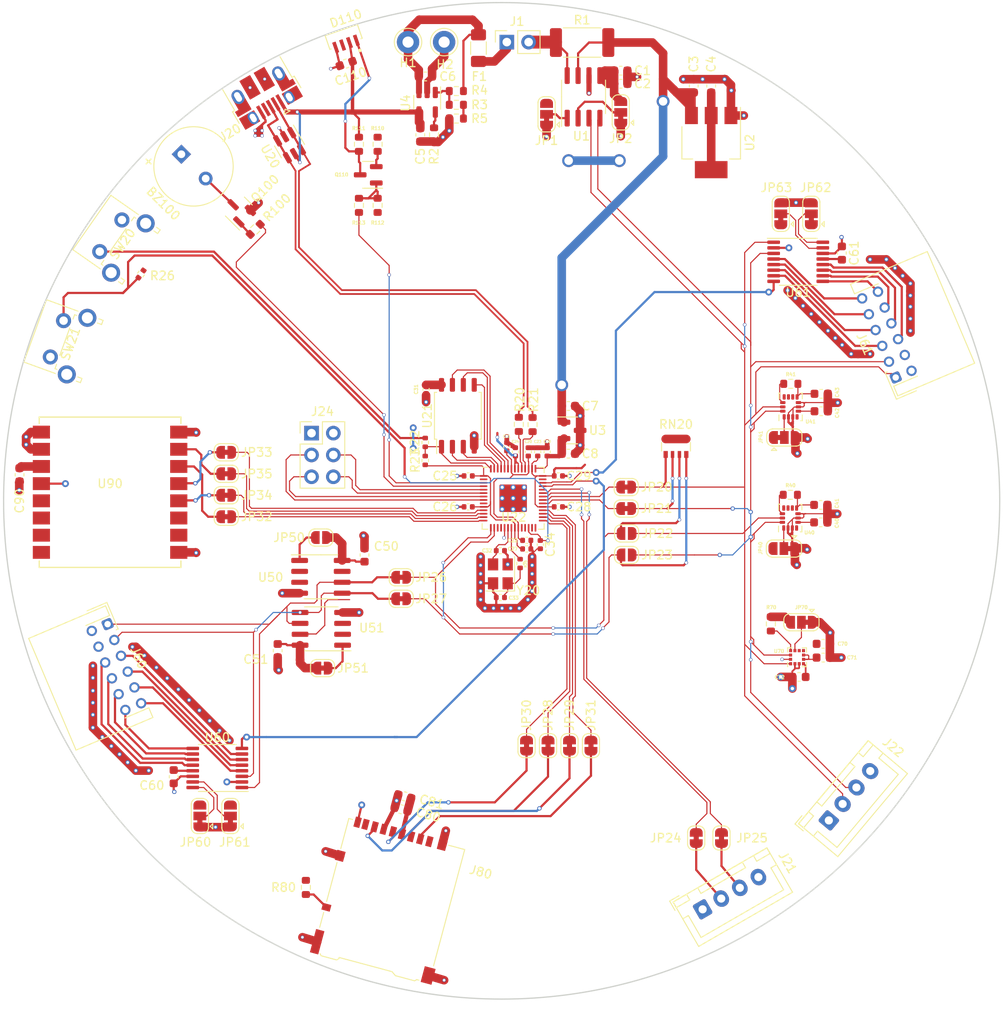
<source format=kicad_pcb>
(kicad_pcb (version 20221018) (generator pcbnew)
  (layers (0 "F.Cu" signal) (31 "B.Cu" signal) (34 "B.Paste" user) (35 "F.Paste" user) (36 "B.SilkS" user "B.Silkscreen") (37 "F.SilkS" user "F.Silkscreen") (38 "B.Mask" user) (39 "F.Mask" user) (44 "Edge.Cuts" user))
  (net 0 "")
  (net 1 "+3.3V")
  (net 2 "Net-(BZ100-+)")
  (net 3 "Bat-")
  (net 4 "Net-(U1-IN-)")
  (net 5 "Net-(U22-XIN)")
  (net 6 "+3.3VADC")
  (net 7 "Net-(C33-Pad1)")
  (net 8 "Net-(U22-RUN)")
  (net 9 "+1V1")
  (net 10 "+5V")
  (net 11 "Bat+")
  (net 12 "Net-(U70-C1)")
  (net 13 "Net-(D110-DIN)")
  (net 14 "Net-(J1-Pin_1)")
  (net 16 "CS_01")
  (net 17 "MOSI_01")
  (net 18 "SCK_01")
  (net 19 "MISO_01")
  (net 20 "Net-(J21-Pin_2)")
  (net 21 "Net-(J21-Pin_3)")
  (net 24 "Net-(JP1-C)")
  (net 25 "Net-(JP2-C)")
  (net 26 "SD_Card_DET")
  (net 27 "SCL_Master_01")
  (net 28 "SDA_Master_01")
  (net 29 "RX_UART_01")
  (net 30 "TX_UART_01")
  (net 31 "SCL_Master_02")
  (net 32 "TX_SPI_01")
  (net 33 "RX_SPI_01")
  (net 34 "SCK_SPI_01")
  (net 35 "CS_SPI_01")
  (net 36 "TX_SPI_02")
  (net 37 "RX_SPI_02")
  (net 38 "SCK_SPI_02")
  (net 39 "Net-(U4-PROG)")
  (net 40 "CS_SPI_02")
  (net 41 "Net-(U4-STAT)")
  (net 42 "Bat_Charge")
  (net 43 "Led_IN")
  (net 44 "Buzzer_IN")
  (net 45 "Net-(JP40-C)")
  (net 46 "Net-(JP41-C)")
  (net 47 "Net-(JP50-B)")
  (net 48 "Net-(JP51-B)")
  (net 49 "Net-(JP60-C)")
  (net 50 "Net-(JP61-C)")
  (net 51 "Net-(JP62-C)")
  (net 52 "Net-(JP63-C)")
  (net 53 "SCL_03")
  (net 54 "WP_01")
  (net 55 "Net-(JP70-C)")
  (net 56 "RE_01")
  (net 57 "Net-(Q100-B)")
  (net 58 "Net-(Q110-E)")
  (net 59 "Net-(Q110-B)")
  (net 60 "Net-(R22-Pad1)")
  (net 61 "Net-(U21-~{CS})")
  (net 62 "ADC_01")
  (net 63 "Net-(U22-XOUT)")
  (net 64 "Net-(U40-CS)")
  (net 65 "Net-(U41-CS)")
  (net 66 "Net-(U70-~{CS})")
  (net 67 "INT_01_01")
  (net 68 "INT_02_01")
  (net 69 "Net-(U21-DO(IO1))")
  (net 70 "Net-(U21-IO2)")
  (net 71 "SCL_01")
  (net 72 "SDA_01")
  (net 73 "INT_01_02")
  (net 74 "INT_02_02")
  (net 75 "Net-(U21-DI(IO0))")
  (net 76 "Net-(U21-CLK)")
  (net 77 "Net-(U21-IO3)")
  (net 78 "INT01_03")
  (net 79 "DRDY")
  (net 81 "RE_02")
  (net 83 "ADC_02")
  (net 86 "WP_02")
  (net 99 "SCK_02")
  (net 100 "MISO_02")
  (net 101 "MOSI_02")
  (net 102 "CS_02")
  (net 109 "Net-(J1-Pin_2)")
  (net 111 "SDA_Master_02")
  (net 112 "SDA_03")
  (net 113 "/D-")
  (net 114 "/D+")
  (net 115 "Net-(J61-Pin_6)")
  (net 116 "Net-(J61-Pin_8)")
  (net 117 "Net-(J61-Pin_10)")
  (net 118 "Net-(J61-Pin_12)")
  (net 119 "Net-(J61-Pin_5)")
  (net 120 "Net-(J61-Pin_7)")
  (net 121 "Net-(J61-Pin_9)")
  (net 122 "Net-(J61-Pin_11)")
  (net 123 "Net-(J60-Pin_6)")
  (net 124 "Net-(J60-Pin_8)")
  (net 125 "Net-(J60-Pin_10)")
  (net 126 "Net-(J60-Pin_12)")
  (net 127 "Net-(J60-Pin_5)")
  (net 128 "Net-(J60-Pin_7)")
  (net 129 "Net-(J60-Pin_9)")
  (net 130 "Net-(J60-Pin_11)")
  (net 131 "Net-(J24-Pin_3)")
  (net 132 "Net-(J24-Pin_4)")
  (net 133 "Net-(J24-Pin_5)")
  (net 134 "Net-(J24-Pin_6)")
  (net 135 "RE_03")
  (footprint "Resistor_SMD:R_0402_1005Metric" (layer "F.Cu") (at 91.1 93.2 -90)
    (fp_text reference "R22")
    (fp_text value "1k R")
  )
  (footprint "Capacitor_SMD:C_0402_1005Metric" (layer "F.Cu") (at 104.5 105.1 -90)
    (fp_text reference "C34")
    (fp_text value "1uF")
  )
  (footprint "Capacitor_SMD:C_0603_1608Metric" (layer "F.Cu") (at 88.3 135.9 165)
    (fp_text reference "C80")
    (fp_text value "100nF")
  )
  (footprint "Jumper:SolderJumper-3_P1.3mm_Bridged12_RoundedPad1.0x1.5mm" (layer "F.Cu") (at 132.868 105.556 180)
    (fp_text reference "JP40")
    (fp_text value "I2C Adress")
  )
  (footprint "Capacitor_SMD:C_0603_1608Metric" (layer "F.Cu") (at 139.6175 71.159 -90)
    (fp_text reference "C61")
    (fp_text value "100nF")
  )
  (footprint "Package_SO:TSSOP-16_4.4x5mm_P0.65mm" (layer "F.Cu") (at 66.8895 131.0975 180)
    (fp_text reference "U60")
    (fp_text value "ADG728")
  )
  (footprint "Capacitor_SMD:C_0603_1608Metric" (layer "F.Cu") (at 88.7 134.4 165)
    (fp_text reference "C81")
    (fp_text value "1uF")
  )
  (footprint "Resistor_SMD:R_0402_1005Metric" (layer "F.Cu") (at 58 73.6 55)
    (fp_text reference "R26")
    (fp_text value "10k R")
  )
  (footprint "Jumper:SolderJumper-3_P1.3mm_Bridged12_RoundedPad1.0x1.5mm" (layer "F.Cu") (at 113.869 54.783 90)
    (fp_text reference "JP2")
    (fp_text value "I2C Adress")
  )
  (footprint "Connector_USB:USB_Micro-B_Amphenol_10103594-0001LF_Horizontal" (layer "F.Cu") (at 72.2 52.6 -150)
    (fp_text reference "J20")
    (fp_text value "USB_B_Micro")
  )
  (footprint "Jumper:SolderJumper-2_P1.3mm_Bridged_RoundedPad1.0x1.5mm" (layer "F.Cu") (at 122.656 139.25 90)
    (fp_text reference "JP24")
    (fp_text value "Safety")
  )
  (footprint "Jumper:SolderJumper-2_P1.3mm_Bridged_RoundedPad1.0x1.5mm" (layer "F.Cu") (at 88.3 111.4)
    (fp_text reference "JP27")
    (fp_text value "Safety")
  )
  (footprint "RF_Module:Ai-Thinker-Ra-01-LoRa" (layer "F.Cu") (at 54.4 99)
    (fp_text reference "U90")
    (fp_text value "Ai-Thinker-Ra-02")
  )
  (footprint "Capacitor_SMD:C_0603_1608Metric" (layer "F.Cu") (at 107.7695 88.962 180)
    (fp_text reference "C7")
    (fp_text value "470nF")
  )
  (footprint "Resistor_SMD:R_0603_1608Metric" (layer "F.Cu") (at 92.125 57.4 -90)
    (fp_text reference "R2")
    (fp_text value "2k R")
  )
  (footprint "Buzzer_Beeper:MagneticBuzzer_CUI_CST-931RP-A" (layer "F.Cu") (at 62.703573 59.655573 45)
    (fp_text reference "BZ100")
    (fp_text value "CST-931RP-A")
  )
  (footprint "Resistor_SMD:R_0603_1608Metric" (layer "F.Cu") (at 71.3 68.4 45)
    (fp_text reference "R100")
    (fp_text value "180 R")
  )
  (footprint "Capacitor_SMD:C_0402_1005Metric" (layer "F.Cu") (at 99.85 105.8 180)
    (fp_text reference "C32")
    (fp_text value "30pF")
  )
  (footprint "Jumper:SolderJumper-2_P1.3mm_Bridged_RoundedPad1.0x1.5mm" (layer "F.Cu") (at 114.5 100.9 180)
    (fp_text reference "JP21")
    (fp_text value "Safety")
  )
  (footprint "Capacitor_SMD:C_0402_1005Metric" (layer "F.Cu") (at 102.92 105.6)
    (fp_text reference "C27")
    (fp_text value "100nF")
  )
  (footprint "Jumper:SolderJumper-2_P1.3mm_Open_RoundedPad1.0x1.5mm" (layer "F.Cu") (at 78.95 104.274 180)
    (fp_text reference "JP50")
    (fp_text value "I2C Adress")
  )
  (footprint "Capacitor_SMD:C_0402_1005Metric" (layer "F.Cu") (at 104.2 94.3 90)
    (fp_text reference "C23")
    (fp_text value "1uF")
  )
  (footprint "Capacitor_SMD:C_0603_1608Metric" (layer "F.Cu") (at 122.368 51.696 90)
    (fp_text reference "C3")
    (fp_text value "1uF")
  )
  (footprint "Capacitor_SMD:C_0402_1005Metric" (layer "F.Cu") (at 96.1 97.1 180)
    (fp_text reference "C25")
    (fp_text value "100nF")
  )
  (footprint "Capacitor_SMD:C_0603_1608Metric" (layer "F.Cu") (at 43.86 96.968 -90)
    (fp_text reference "C90")
    (fp_text value "DNP")
  )
  (footprint "Package_LGA:LGA-12_2x2mm_P0.5mm" (layer "F.Cu") (at 134.4 118.2 90)
    (fp_text reference "U70")
    (fp_text value "LIS3MDL")
  )
  (footprint "Capacitor_SMD:C_0603_1608Metric" (layer "F.Cu") (at 84.03 106.306 -90)
    (fp_text reference "C50")
    (fp_text value "100nF")
  )
  (footprint "Capacitor_SMD:C_0402_1005Metric" (layer "F.Cu") (at 91.2 87.02 90)
    (fp_text reference "C31")
    (fp_text value "100nF")
  )
  (footprint "Resistor_SMD:R_2512_6332Metric_Pad1.40x3.35mm_HandSolder" (layer "F.Cu") (at 109.37 46.65)
    (fp_text reference "R1")
    (fp_text value "0.1 R")
  )
  (footprint "Jumper:SolderJumper-2_P1.3mm_Bridged_RoundedPad1.0x1.5mm" (layer "F.Cu") (at 79.142 119.472)
    (fp_text reference "JP51")
    (fp_text value "I2C Adress")
  )
  (footprint "Jumper:SolderJumper-2_P1.3mm_Bridged_RoundedPad1.0x1.5mm" (layer "F.Cu") (at 125.6 139.25 90)
    (fp_text reference "JP25")
    (fp_text value "Safety")
  )
  (footprint "Package_SO:SOIC-8_3.9x4.9mm_P1.27mm" (layer "F.Cu") (at 79 114.9 180)
    (fp_text reference "U51")
    (fp_text value "CAT24C256")
  )
  (footprint "Connector_PinSocket_2.54mm:PinSocket_1x02_P2.54mm_Vertical" (layer "F.Cu") (at 100.6 46.6 90)
    (fp_text reference "J1")
    (fp_text value "Switch")
  )
  (footprint "Jumper:SolderJumper-2_P1.3mm_Bridged_RoundedPad1.0x1.5mm" (layer "F.Cu") (at 105.4 128.5 90)
    (fp_text reference "JP28")
    (fp_text value "Safety")
  )
  (footprint "Crystal:Crystal_SMD_3225-4Pin_3.2x2.5mm" (layer "F.Cu") (at 99.85 108.5 90)
    (fp_text reference locked "Y20")
    (fp_text value "12Mhz")
  )
  (footprint "Jumper:SolderJumper-2_P1.3mm_Open_RoundedPad1.0x1.5mm" (layer "F.Cu") (at 114.55 106.3)
    (fp_text reference "JP23")
    (fp_text value "I2C_Master_SDA")
  )
  (footprint "Button_Switch_THT:SW_Tactile_SPST_Angled_PTS645Vx39-2LFS" (layer "F.Cu") (at 47.446658 83.255634 70)
    (fp_text reference "SW21")
    (fp_text value "Reset")
  )
  (footprint "Package_TO_SOT_SMD:SOT-223-3_TabPin2" (layer "F.Cu") (at 124.4 58.3 -90)
    (fp_text reference "U2")
    (fp_text value "LDL1117-3.3")
  )
  (footprint "Resistor_SMD:R_0402_1005Metric" (layer "F.Cu") (at 91.1 95.3 90)
    (fp_text reference "R23")
    (fp_text value "DNP")
  )
  (footprint "Capacitor_SMD:C_0603_1608Metric" (layer "F.Cu") (at 107.7695 94.512 180)
    (fp_text reference "C8")
    (fp_text value "10uF => Optional")
  )
  (footprint "Capacitor_SMD:C_0603_1608Metric" (layer "F.Cu") (at 91.125 50.6)
    (fp_text reference "C6")
    (fp_text value "4,7 uF")
  )
  (footprint "Jumper:SolderJumper-2_P1.3mm_Bridged_RoundedPad1.0x1.5mm" (layer "F.Cu") (at 67.924 94.352)
    (fp_text reference "JP33")
    (fp_text value "Safety")
  )
  (footprint "Package_TO_SOT_SMD:SOT-23" (layer "F.Cu") (at 69.4 66.2 135)
    (fp_text reference "Q100")
    (fp_text value "MMBT5551L")
  )
  (footprint "Capacitor_SMD:C_0603_1608Metric" (layer "F.Cu") (at 113.869 51.451)
    (fp_text reference "C2")
    (fp_text value "10uF")
  )
  (footprint "Capacitor_SMD:C_0603_1608Metric" (layer "F.Cu") (at 137.206 89.57225 180)
    (fp_text reference "C42")
    (fp_text value "100nF")
  )
  (footprint "Capacitor_SMD:C_0603_1608Metric" (layer "F.Cu") (at 137.156 100.476)
    (fp_text reference "C41")
    (fp_text value "100nF")
  )
  (footprint "Connector_Pin:Pin_D1.3mm_L11.0mm" (layer "F.Cu") (at 89.1 46.6)
    (fp_text reference "H1")
    (fp_text value "Bat+")
  )
  (footprint "Capacitor_SMD:C_0402_1005Metric" (layer "F.Cu") (at 100.6 93.7 90)
    (fp_text reference "C21")
    (fp_text value "100nF")
  )
  (footprint "Resistor_SMD:R_0603_1608Metric" (layer "F.Cu") (at 133.67325 86.37925 180)
    (fp_text reference "R41")
    (fp_text value "10k R")
  )
  (footprint "Capacitor_SMD:C_0603_1608Metric" (layer "F.Cu") (at 61.8095 132.1135 90)
    (fp_text reference "C60")
    (fp_text value "100nF")
  )
  (footprint "Jumper:SolderJumper-2_P1.3mm_Open_RoundedPad1.0x1.5mm" (layer "F.Cu") (at 114.55 103.8)
    (fp_text reference "JP22")
    (fp_text value "I2C_Master_SCL")
  )
  (footprint "Jumper:SolderJumper-2_P1.3mm_Bridged_RoundedPad1.0x1.5mm" (layer "F.Cu") (at 67.924 99.352)
    (fp_text reference "JP34")
    (fp_text value "Safety")
  )
  (footprint "Resistor_SMD:R_0603_1608Metric" (layer "F.Cu") (at 83.381 65.606 -90)
    (fp_text reference "R113")
    (fp_text value "0 R")
  )
  (footprint "Jumper:SolderJumper-2_P1.3mm_Bridged_RoundedPad1.0x1.5mm" (layer "F.Cu") (at 88.3 108.9)
    (fp_text reference "JP26")
    (fp_text value "Safety")
  )
  (footprint "Connector_PinHeader_2.54mm:PinHeader_2x03_P2.54mm_Vertical" (layer "F.Cu") (at 77.86 92.12)
    (fp_text reference "J24")
    (fp_text value "GPIO Interface")
  )
  (footprint "Jumper:SolderJumper-3_P1.3mm_Bridged12_RoundedPad1.0x1.5mm" (layer "F.Cu") (at 136.0615 66.587 90)
    (fp_text reference "JP62")
    (fp_text value "I2C Adress")
  )
  (footprint "Resistor_SMD:R_0603_1608Metric" (layer "F.Cu") (at 133.61775 99.3 180)
    (fp_text reference "R40")
    (fp_text value "10k R")
  )
  (footprint "Package_LGA:LGA-14_3x2.5mm_P0.5mm_LayoutBorder3x4y" (layer "F.Cu") (at 133.65 89.06425 90)
    (fp_text reference "U41")
    (fp_text value "LSM6DS3")
  )
  (footprint "Resistor_SMD:R_0402_1005Metric" (layer "F.Cu") (at 102.15 107.3 90)
    (fp_text reference "R25")
    (fp_text value "1k R")
  )
  (footprint "Resistor_SMD:R_0603_1608Metric" (layer "F.Cu") (at 94.725 52.3 180)
    (fp_text reference "R4")
    (fp_text value "10k R")
  )
  (footprint "Jumper:SolderJumper-2_P1.3mm_Bridged_RoundedPad1.0x1.5mm" (layer "F.Cu") (at 67.924 96.852)
    (fp_text reference "JP35")
    (fp_text value "Safety")
  )
  (footprint "Capacitor_SMD:C_0402_1005Metric" (layer "F.Cu") (at 101.6 94.3 90)
    (fp_text reference "C24")
    (fp_text value "100nF")
  )
  (footprint "Capacitor_SMD:C_0603_1608Metric" (layer "F.Cu") (at 137.156 102.508 180)
    (fp_text reference "C40")
    (fp_text value "100nF")
  )
  (footprint "Connector_JST:JST_XH_B4B-XH-A_1x04_P2.50mm_Vertical" (layer "F.Cu") (at 138.1 137.2 50)
    (fp_text reference "J22")
    (fp_text value "I2C_01")
  )
  (footprint "Resistor_SMD:R_0603_1608Metric" (layer "F.Cu") (at 83.381 58.494 90)
    (fp_text reference "R111")
    (fp_text value "4.7k R")
  )
  (footprint "Jumper:SolderJumper-2_P1.3mm_Bridged_RoundedPad1.0x1.5mm" (layer "F.Cu") (at 110.4 128.5 90)
    (fp_text reference "JP31")
    (fp_text value "Safety")
  )
  (footprint "Package_SO:SOIC-8_3.9x4.9mm_P1.27mm" (layer "F.Cu") (at 109.535 52.975 90)
    (fp_text reference "U1")
    (fp_text value "INA219AxD")
  )
  (footprint "Jumper:SolderJumper-3_P1.3mm_Bridged12_RoundedPad1.0x1.5mm" (layer "F.Cu") (at 68.4135 136.6855 90)
    (fp_text reference "JP61")
    (fp_text value "I2C Adress")
  )
  (footprint "Package_SO:SOIC-8_3.9x4.9mm_P1.27mm" (layer "F.Cu") (at 78.95 108.846)
    (fp_text reference "U50")
    (fp_text value "CAT24C256")
  )
  (footprint "Capacitor_SMD:C_0603_1608Metric" (layer "F.Cu") (at 137.206 87.54025)
    (fp_text reference "C43")
    (fp_text value "100nF")
  )
  (footprint "Capacitor_SMD:C_0603_1608Metric" (layer "F.Cu") (at 124.4 51.696 90)
    (fp_text reference "C4")
    (fp_text value "4,7uF")
  )
  (footprint "Package_SO:SOIC-8_5.23x5.23mm_P1.27mm" (layer "F.Cu") (at 94.9 90.1 90)
    (fp_text reference "U21")
    (fp_text value "W25Q128JVS")
  )
  (footprint "Resistor_SMD:R_1206_3216Metric_Pad1.30x1.75mm_HandSolder" (layer "F.Cu") (at 97.3 47.3 -90)
    (fp_text reference "F1")
    (fp_text value "1.5A")
  )
  (footprint "Jumper:SolderJumper-3_P1.3mm_Bridged12_RoundedPad1.0x1.5mm" (layer "F.Cu") (at 132.918 92.62825)
    (fp_text reference "JP41")
    (fp_text value "I2C Adress")
  )
  (footprint "Capacitor_SMD:C_0402_1005Metric" (layer "F.Cu") (at 106.6 100.7)
    (fp_text reference "C28")
    (fp_text value "100nF")
  )
  (footprint "Resistor_SMD:R_0603_1608Metric" (layer "F.Cu") (at 77.2 145 -90)
    (fp_text reference "R80")
    (fp_text value "100k R")
  )
  (footprint "Capacitor_SMD:C_0603_1608Metric" (layer "F.Cu") (at 137.448 118.248)
    (fp_text reference "C71")
    (fp_text value "100nF")
  )
  (footprint "Connector_Card:microSD_HC_Hirose_DM3AT-SF-PEJM5" (layer "F.Cu") (at 86.9 146.4 -15)
    (fp_text reference "J80")
    (fp_text value "DM3AT-SF-PEJM5")
  )
  (footprint "Package_LGA:LGA-14_3x2.5mm_P0.5mm_LayoutBorder3x4y" (layer "F.Cu") (at 133.6 102 90)
    (fp_text reference "U40")
    (fp_text value "LSM6DS3")
  )
  (footprint "Capacitor_SMD:C_0603_1608Metric" (layer "F.Cu") (at 81.9 49.1 19)
    (fp_text reference "C110")
    (fp_text value "100nF")
  )
  (footprint "Capacitor_SMD:C_0402_1005Metric" (layer "F.Cu") (at 105.3 94.3 -90)
    (fp_text reference "C30")
    (fp_text value "100nF")
  )
  (footprint "Jumper:SolderJumper-3_P1.3mm_Bridged12_RoundedPad1.0x1.5mm" (layer "F.Cu") (at 132.5055 66.587 90)
    (fp_text reference "JP63")
    (fp_text value "I2C Adress")
  )
  (footprint "Capacitor_SMD:C_0402_1005Metric" (layer "F.Cu") (at 103.1 94.3 90)
    (fp_text reference "C20")
    (fp_text value "1uF")
  )
  (footprint "Resistor_SMD:R_Array_Convex_4x0603" (layer "F.Cu") (at 120.3 93.7 -90)
    (fp_text reference "RN20")
    (fp_text value "10k R")
  )
  (footprint "WS2812B-4020:LED_WS2812B-4020" (layer "F.Cu") (at 81.6 46 19)
    (fp_text reference "D110")
    (fp_text value "WS2812B-4020")
  )
  (footprint "Resistor_SMD:R_0603_1608Metric" (layer "F.Cu") (at 94.725 53.9)
    (fp_text reference "R3")
    (fp_text value "1k R")
  )
  (footprint "Package_TO_SOT_SMD:SOT-23" (layer "F.Cu") (at 108.2 91.8)
    (fp_text reference "U3")
    (fp_text value "REF3033")
  )
  (footprint "MCU_RaspberryPi_and_Boards:RP2040-QFN-56" (layer "F.Cu") (at 101.3375 99.7)
    (fp_text reference "U22")
    (fp_text value "RP2040")
  )
  (footprint "Jumper:SolderJumper-3_P1.3mm_Bridged12_RoundedPad1.0x1.5mm" (layer "F.Cu") (at 64.8575 136.6855 90)
    (fp_text reference "JP60")
    (fp_text value "I2C Adress")
  )
  (footprint "Connector_JST:JST_PHD_S12B-PHDSS_2x06_P2.00mm_Horizontal" (layer "F.Cu") (at 54.112465 114.356405 -67)
    (fp_text reference "J60")
    (fp_text value "Ausenplatine01")
  )
  (footprint "Connector_JST:JST_PHD_S12B-PHDSS_2x06_P2.00mm_Horizontal" (layer "F.Cu") (at 145.887536 85.643595 113)
    (fp_text reference "J61")
    (fp_text value "Ausenplatine02")
  )
  (footprint "Capacitor_SMD:C_0603_1608Metric" (layer "F.Cu") (at 90.525 57.4 90)
    (fp_text reference "C5")
    (fp_text value "4,7 uF")
  )
  (footprint "Resistor_SMD:R_0603_1608Metric" (layer "F.Cu") (at 85.557 58.494 90)
    (fp_text reference "R110")
    (fp_text value "4.7k R")
  )
  (footprint "Capacitor_SMD:C_0402_1005Metric" (layer "F.Cu") (at 106.6 97.1)
    (fp_text reference "C29")
    (fp_text value "100nF")
  )
  (footprint "Resistor_SMD:R_0603_1608Metric" (layer "F.Cu") (at 94.725 55.5 180)
    (fp_text reference "R5")
    (fp_text value "2k R")
  )
  (footprint "Jumper:SolderJumper-2_P1.3mm_Bridged_RoundedPad1.0x1.5mm" (layer "F.Cu") (at 114.5 98.4 180)
    (fp_text reference "JP20")
    (fp_text value "Safety")
  )
  (footprint "Resistor_SMD:R_0603_1608Metric" (layer "F.Cu") (at 102 91.1 90)
    (fp_text reference "R20")
    (fp_text value "27 R")
  )
  (footprint "Capacitor_SMD:C_0402_1005Metric" (layer "F.Cu") (at 99.85 111.25 180)
    (fp_text reference "C33")
    (fp_text value "30pF")
  )
  (footprint "Jumper:SolderJumper-3_P1.3mm_Bridged12_RoundedPad1.0x1.5mm" (layer "F.Cu") (at 105.233 55.007 90)
    (fp_text reference "JP1")
    (fp_text value "I2C Adress")
  )
  (footprint "Jumper:SolderJumper-2_P1.3mm_Bridged_RoundedPad1.0x1.5mm" (layer "F.Cu") (at 102.9 128.5 90)
    (fp_text reference "JP30")
    (fp_text value "Safety")
  )
  (footprint "Capacitor_SMD:C_0603_1608Metric" (layer "F.Cu") (at 73.92 117.44 90)
    (fp_text reference "C51")
    (fp_text value "100nF")
  )
  (footprint "Package_SO:TSSOP-16_4.4x5mm_P0.65mm" (layer "F.Cu") (at 134.5375 72.175)
    (fp_text reference "U61")
    (fp_text value "ADG728")
  )
  (footprint "Connector_JST:JST_XH_B4B-XH-A_1x04_P2.50mm_Vertical" (layer "F.Cu") (at 123.404809 147.55 30)
    (fp_text reference "J21")
    (fp_text value "UART")
  )
  (footprint "Package_TO_SOT_SMD:SOT-23-6" (layer "F.Cu") (at 75.3 58.6 -60)
    (fp_text reference "U20")
    (fp_text value "SRV05-4")
  )
  (footprint "Resistor_SMD:R_0603_1608Metric" (layer "F.Cu") (at 131.352 114.327 -90)
    (fp_text reference "R70")
    (fp_text value "10k R")
  )
  (footprint "Package_TO_SOT_SMD:SOT-23-5" (layer "F.Cu") (at 91.325 53.6 -90)
    (fp_text reference "U4")
    (fp_text value "MCP73831-2-OT")
  )
  (footprint "Jumper:SolderJumper-2_P1.3mm_Bridged_RoundedPad1.0x1.5mm" (layer "F.Cu") (at 107.9 128.5 90)
    (fp_text reference "JP29")
    (fp_text value "Safety")
  )
  (footprint "Capacitor_SMD:C_0603_1608Metric" (layer "F.Cu") (at 134.625 120.5 180)
    (fp_text reference "C72")
    (fp_text value "100nF")
  )
  (footprint "Capacitor_SMD:C_0603_1608Metric" (layer "F.Cu") (at 137.448 116.648)
    (fp_text reference "C70")
    (fp_text value "1uF")
  )
  (footprint "Capacitor_SMD:C_0402_1005Metric" (layer "F.Cu") (at 102.92 104.6)
    (fp_text reference "C22")
    (fp_text value "100nF")
  )
  (footprint "Package_TO_SOT_SMD:SOT-23" (layer "F.Cu") (at 84.4625 62.05 180)
    (fp_text reference "Q110")
    (fp_text value "S8050")
  )
  (footprint "Jumper:SolderJumper-2_P1.3mm_Bridged_RoundedPad1.0x1.5mm" (layer "F.Cu") (at 67.924 101.852)
    (fp_text reference "JP32")
    (fp_text value "Safety")
  )
  (footprint "Resistor_SMD:R_0603_1608Metric" (layer "F.Cu") (at 103.6 91.125 90)
    (fp_text reference "R21")
    (fp_text value "27 R")
  )
  (footprint "Resistor_SMD:R_0603_1608Metric" (layer "F.Cu") (at 85.557 65.606 -90)
    (fp_text reference "R112")
    (fp_text value "4.7k R")
  )
  (footprint "Connector_Pin:Pin_D1.3mm_L11.0mm" (layer "F.Cu") (at 93.3 46.6)
    (fp_text reference "H2")
    (fp_text value "Bat-")
  )
  (footprint "Capacitor_SMD:C_0603_1608Metric" (layer "F.Cu") (at 113.869 49.927)
    (fp_text reference "C1")
    (fp_text value "100nF")
  )
  (footprint "Capacitor_SMD:C_0402_1005Metric" (layer "F.Cu") (at 96.1 100.7 180)
    (fp_text reference "C26")
    (fp_text value "100nF")
  )
  (footprint "Jumper:SolderJumper-3_P1.3mm_Bridged12_RoundedPad1.0x1.5mm" (layer "F.Cu") (at 134.908 114.136 180)
    (fp_text reference "JP70")
    (fp_text value "I2C Adress")
  )
  (footprint "Button_Switch_THT:SW_Tactile_SPST_Angled_PTS645Vx39-2LFS" (layer "F.Cu") (at 53.2 70.990371 55)
    (fp_text reference "SW20")
    (fp_text value "Reset")
  )
  (gr_circle (center 100 100) (end 158 100) (stroke (width 0.15)) (fill none) (layer "Edge.Cuts"))
  (segment (start 98.4 100.7) (end 98.7 100.4) (width 0.127) (layer "F.Cu") (net 1))
  (segment (start 104.2 95.2) (end 104.2 94.78) (width 0.127) (layer "F.Cu") (net 1))
  (segment (start 135.1625 118.45) (end 135.459 118.45) (width 0.127) (layer "F.Cu") (net 1))
  (segment (start 134.4 87.90175) (end 134.7615 87.54025) (width 0.127) (layer "F.Cu") (net 1))
  (segment (start 103.5375 96.2625) (end 103.5375 96.8375) (width 0.127) (layer "F.Cu") (net 1))
  (segment (start 112.08 51.14) (end 112.013 51.073) (width 1) (layer "F.Cu") (net 1))
  (segment (start 101.9375 95.662396) (end 101.875104 95.6) (width 0.127) (layer "F.Cu") (net 1))
  (segment (start 106.12 97.1) (end 106.12 96.42) (width 0.254) (layer "F.Cu") (net 1))
  (segment (start 135.759 118.048) (end 135.759 118.348) (width 0.127) (layer "F.Cu") (net 1))
  (segment (start 104 95.4) (end 104.2 95.2) (width 0.127) (layer "F.Cu") (net 1))
  (segment (start 101.6 95.6) (end 101.5375 95.6) (width 0.127) (layer "F.Cu") (net 1))
  (segment (start 76.525 118.497) (end 76.525 116.805) (width 1) (layer "F.Cu") (net 1))
  (segment (start 101.5375 95.7) (end 101.5375 95.6) (width 0.127) (layer "F.Cu") (net 1))
  (segment (start 124.4 55.15) (end 124.4 52.471) (width 1) (layer "F.Cu") (net 1))
  (segment (start 101.6 94.78) (end 101.6 94.686992) (width 0.254) (layer "F.Cu") (net 1))
  (segment (start 82.901 106.941) (end 83.041 107.081) (width 0.254) (layer "F.Cu") (net 1))
  (segment (start 101.9375 96.2625) (end 101.9375 95.662396) (width 0.127) (layer "F.Cu") (net 1))
  (segment (start 91.22 86.5) (end 91.2 86.52) (width 1) (layer "F.Cu") (net 1))
  (segment (start 103.5375 95.6625) (end 103.8 95.4) (width 0.127) (layer "F.Cu") (net 1))
  (segment (start 101.875104 95.6) (end 101.8 95.6) (width 0.127) (layer "F.Cu") (net 1))
  (segment (start 96.58 97.1) (end 97.9 97.1) (width 0.127) (layer "F.Cu") (net 1))
  (segment (start 99.327 102.227) (end 98.7 101.6) (width 0.127) (layer "F.Cu") (net 1))
  (segment (start 103.5375 96.2625) (end 103.5375 95.6625) (width 0.127) (layer "F.Cu") (net 1))
  (segment (start 112.391 51.451) (end 112.08 51.14) (width 1) (layer "F.Cu") (net 1))
  (segment (start 101.7 95.5) (end 101.8 95.6) (width 0.127) (layer "F.Cu") (net 1))
  (segment (start 132.974 113.502) (end 133.608 114.136) (width 1) (layer "F.Cu") (net 1))
  (segment (start 98.7 100.4) (end 98.7 100.1) (width 0.127) (layer "F.Cu") (net 1))
  (segment (start 135.859 118.45) (end 136.471 118.45) (width 0.127) (layer "F.Cu") (net 1))
  (segment (start 88.392266 138.802343) (end 89.048593 136.100585) (width 0.5) (layer "F.Cu") (net 1))
  (segment (start 89.448593 134.600585) (end 89.048593 136.100585) (width 1) (layer "F.Cu") (net 1))
  (segment (start 103.5375 96.8375) (end 103.8 97.1) (width 0.127) (layer "F.Cu") (net 1))
  (segment (start 106.3 96.2) (end 108.7 96.2) (width 0.254) (layer "F.Cu") (net 1))
  (segment (start 113.094 51.451) (end 112.391 51.451) (width 1) (layer "F.Cu") (net 1))
  (segment (start 113.094 51.451) (end 113.094 49.927) (width 1) (layer "F.Cu") (net 1))
  (segment (start 101.6 94.78) (end 101.6 95.4) (width 0.254) (layer "F.Cu") (net 1))
  (segment (start 139.5335 71.85) (end 139.6175 71.934) (width 0.254) (layer "F.Cu") (net 1))
  (segment (start 113.869 53.483) (end 113.094 52.708) (width 1) (layer "F.Cu") (net 1))
  (segment (start 135.759 118.348) (end 135.657 118.45) (width 0.127) (layer "F.Cu") (net 1))
  (segment (start 76.54 118.512) (end 76.525 118.497) (width 1) (layer "F.Cu") (net 1))
  (segment (start 113.094 50.126) (end 112.08 51.14) (width 1) (layer "F.Cu") (net 1))
  (segment (start 101.5375 103.1375) (end 101.5375 104.379948) (width 0.127) (layer "F.Cu") (net 1))
  (segment (start 97.701 95.927) (end 97.9 96.126) (width 0.127) (layer "F.Cu") (net 1))
  (segment (start 134.35 100.8375) (end 134.7115 100.476) (width 0.127) (layer "F.Cu") (net 1))
  (segment (start 109.3 96.2) (end 109.7 95.8) (width 0.254) (layer "F.Cu") (net 1))
  (segment (start 135.1625 117.95) (end 135.661 117.95) (width 0.127) (layer "F.Cu") (net 1))
  (segment (start 101.5375 95.6625) (end 101.6 95.6) (width 0.127) (layer "F.Cu") (net 1))
  (segment (start 76.525 116.805) (end 75.033 116.805) (width 0.254) (layer "F.Cu") (net 1))
  (segment (start 96.58 100.7) (end 97.9 100.7) (width 0.127) (layer "F.Cu") (net 1))
  (segment (start 103.8 97.1) (end 104.1 97.1) (width 0.127) (layer "F.Cu") (net 1))
  (segment (start 77.1 119.472) (end 76.54 118.912) (width 1) (layer "F.Cu") (net 1))
  (segment (start 112.013 51.073) (end 112.013 49.927) (width 1) (layer "F.Cu") (net 1))
  (segment (start 101.875104 95.6) (end 101.6 95.324896) (width 0.127) (layer "F.Cu") (net 1))
  (segment (start 101.5375 103.1375) (end 101.5375 102.656644) (width 0.127) (layer "F.Cu") (net 1))
  (segment (start 81.425 106.941) (end 82.901 106.941) (width 0.254) (layer "F.Cu") (net 1))
  (segment (start 81.425 104.98) (end 81.425 106.941) (width 1) (layer "F.Cu") (net 1))
  (segment (start 101.107856 102.227) (end 99.327 102.227) (width 0.127) (layer "F.Cu") (net 1))
  (segment (start 76.54 118.912) (end 76.54 118.512) (width 1) (layer "F.Cu") (net 1))
  (segment (start 78.492 119.472) (end 77.1 119.472) (width 1) (layer "F.Cu") (net 1))
  (segment (start 136.423 89.56425) (end 136.431 89.57225) (width 0.127) (layer "F.Cu") (net 1))
  (segment (start 61.8775 131.2775) (end 62.0225 131.4225) (width 0.254) (layer "F.Cu") (net 1))
  (segment (start 101.6 95.2) (end 101.6 95.4) (width 0.127) (layer "F.Cu") (net 1))
  (segment (start 91.217 95.927) (end 97.701 95.927) (width 0.127) (layer "F.Cu") (net 1))
  (segment (start 104.1 97.1) (end 104.775 97.1) (width 0.127) (layer "F.Cu") (net 1))
  (segment (start 97.9 96.126) (end 97.9 97.1) (width 0.127) (layer "F.Cu") (net 1))
  (segment (start 74.893 116.665) (end 73.92 116.665) (width 0.254) (layer "F.Cu") (net 1))
  (segment (start 131.352 113.502) (end 132.974 113.502) (width 1) (layer "F.Cu") (net 1))
  (segment (start 61.8165 131.3385) (end 61.8775 131.2775) (width 0.254) (layer "F.Cu") (net 1))
  (segment (start 101.6 95.324896) (end 101.6 95.2) (width 0.127) (layer "F.Cu") (net 1))
  (segment (start 44.053 96) (end 43.86 96.193) (width 1) (layer "F.Cu") (net 1))
  (segment (start 101.5375 95.7) (end 101.5375 95.6625) (width 0.127) (layer "F.Cu") (net 1))
  (segment (start 97.9 100.7) (end 98.4 100.7) (width 0.127) (layer "F.Cu") (net 1))
  (segment (start 101.8 104.642448) (end 101.8 105.18) (width 0.127) (layer "F.Cu") (net 1))
  (segment (start 106.22 100.7) (end 104.775 100.7) (width 0.127) (layer "F.Cu") (net 1))
  (segment (start 101.6 95.4) (end 101.7 95.5) (width 0.127) (layer "F.Cu") (net 1))
  (segment (start 113.094 49.927) (end 113.094 50.126) (width 1) (layer "F.Cu") (net 1))
  (segment (start 46.4 96) (end 44.053 96) (width 1) (layer "F.Cu") (net 1))
  (segment (start 134.49825 87.8035) (end 134.4 87.90175) (width 0.127) (layer "F.Cu") (net 1))
  (segment (start 104.2 100.7) (end 104.775 100.7) (width 0.127) (layer "F.Cu") (net 1))
  (segment (start 135.661 117.95) (end 135.759 118.048) (width 0.127) (layer "F.Cu") (net 1))
  (segment (start 106.2 96.3) (end 106.3 96.2) (width 0.254) (layer "F.Cu") (net 1))
  (segment (start 135.459 118.45) (end 135.859 118.45) (width 0.127) (layer "F.Cu") (net 1))
  (segment (start 124.4 61.45) (end 124.4 55.15) (width 1) (layer "F.Cu") (net 1))
  (segment (start 101.5375 96.2625) (end 101.5375 95.7) (width 0.127) (layer "F.Cu") (net 1))
  (segment (start 61.8095 131.3385) (end 61.8165 131.3385) (width 0.254) (layer "F.Cu") (net 1))
  (segment (start 101.5375 102.656644) (end 101.107856 102.227) (width 0.127) (layer "F.Cu") (net 1))
  (segment (start 79.6 104.274) (end 80.719 104.274) (width 1) (layer "F.Cu") (net 1))
  (segment (start 134.44275 100.74475) (end 134.35 100.8375) (width 0.127) (layer "F.Cu") (net 1))
  (segment (start 134.7115 100.476) (end 136.381 100.476) (width 0.127) (layer "F.Cu") (net 1))
  (segment (start 106.12 96.38) (end 106.2 96.3) (width 0.254) (layer "F.Cu") (net 1))
  (segment (start 98.7 101.6) (end 98.7 100.1) (width 0.127) (layer "F.Cu") (net 1))
  (segment (start 101.5375 95.6) (end 101.5375 95.2625) (width 0.127) (layer "F.Cu") (net 1))
  (segment (start 91.1 95.81) (end 91.217 95.927) (width 0.127) (layer "F.Cu") (net 1))
  (segment (start 101.5375 95.2625) (end 101.6 95.2) (width 0.127) (layer "F.Cu") (net 1))
  (segment (start 101.8 105.18) (end 102.22 105.6) (width 0.127) (layer "F.Cu") (net 1))
  (segment (start 134.5625 89.56425) (end 136.423 89.56425) (width 0.127) (layer "F.Cu") (net 1))
  (segment (start 113.094 49.927) (end 112.013 49.927) (width 1) (layer "F.Cu") (net 1))
  (segment (start 113.094 52.708) (end 113.094 51.451) (width 1) (layer "F.Cu") (net 1))
  (segment (start 136.373 102.5) (end 136.381 102.508) (width 0.127) (layer "F.Cu") (net 1))
  (segment (start 108.7 96.2) (end 109.3 96.2) (width 0.254) (layer "F.Cu") (net 1))
  (segment (start 98.7 100.1) (end 98.7 97.4) (width 0.127) (layer "F.Cu") (net 1))
  (segment (start 134.5125 102.5) (end 136.373 102.5) (width 0.127) (layer "F.Cu") (net 1))
  (segment (start 103.9 100.4) (end 104.2 100.7) (width 0.127) (layer "F.Cu") (net 1))
  (segment (start 101.6 95.6) (end 101.6 95.2) (width 0.127) (layer "F.Cu") (net 1))
  (segment (start 136.471 118.45) (end 136.673 118.248) (width 0.127) (layer "F.Cu") (net 1))
  (segment (start 104.1 97.1) (end 103.9 97.3) (width 0.127) (layer "F.Cu") (net 1))
  (segment (start 119.1 92.8) (end 121.5 92.8) (width 1) (layer "F.Cu") (net 1))
  (segment (start 106.22 97.1) (end 104.775 97.1) (width 0.127) (layer "F.Cu") (net 1))
  (segment (start 135.657 118.45) (end 135.459 118.45) (width 0.127) (layer "F.Cu") (net 1))
  (segment (start 134.44275 99.3) (end 134.44275 100.74475) (width 0.127) (layer "F.Cu") (net 1))
  (segment (start 80.719 104.274) (end 81.425 104.98) (width 1) (layer "F.Cu") (net 1))
  (segment (start 103.9 97.3) (end 103.9 100.4) (width 0.127) (layer "F.Cu") (net 1))
  (segment (start 62.0225 131.4225) (end 64.027 131.4225) (width 0.254) (layer "F.Cu") (net 1))
  (segment (start 106.12 96.42) (end 106.12 96.38) (width 0.254) (layer "F.Cu") (net 1))
  (segment (start 75.033 116.805) (end 74.893 116.665) (width 0.254) (layer "F.Cu") (net 1))
  (segment (start 83.041 107.081) (end 84.03 107.081) (width 0.254) (layer "F.Cu") (net 1))
  (segment (start 103.8 95.4) (end 104 95.4) (width 0.127) (layer "F.Cu") (net 1))
  (segment (start 134.7615 87.54025) (end 136.431 87.54025) (width 0.127) (layer "F.Cu") (net 1))
  (segment (start 101.6 94.78) (end 101.6 95.2) (width 0.254) (layer "F.Cu") (net 1))
  (segment (start 101.6 95.2) (end 101.6 95.3) (width 0.254) (layer "F.Cu") (net 1))
  (segment (start 92.995 86.5) (end 91.22 86.5) (width 1) (layer "F.Cu") (net 1))
  (segment (start 101.8 95.6) (end 101.6 95.6) (width 0.127) (layer "F.Cu") (net 1))
  (segment (start 98.7 97.4) (end 98.4 97.1) (width 0.127) (layer "F.Cu") (net 1))
  (segment (start 101.5375 104.379948) (end 101.8 104.642448) (width 0.127) (layer "F.Cu") (net 1))
  (segment (start 99.5 92.6) (end 99.5 92.1) (width 0.254) (layer "F.Cu") (net 1))
  (segment (start 134.49825 86.37925) (end 134.49825 87.8035) (width 0.127) (layer "F.Cu") (net 1))
  (segment (start 137.4 71.85) (end 139.5335 71.85) (width 0.254) (layer "F.Cu") (net 1))
  (segment (start 98.4 97.1) (end 97.9 97.1) (width 0.127) (layer "F.Cu") (net 1))
  (via (at 89.7 93.9) (size 0.8) (drill 0.4) (layers "F.Cu" "B.Cu") (net 1))
  (via (at 107.8 60.4) (size 1.5) (drill 1) (layers "F.Cu" "B.Cu") (net 1))
  (via (at 101.6 94.686992) (size 0.4) (drill 0.3) (layers "F.Cu" "B.Cu") (net 1))
  (via (at 89.7 91.5) (size 0.8) (drill 0.4) (layers "F.Cu" "B.Cu") (net 1))
  (via (at 99.5 92.6) (size 0.4) (drill 0.3) (layers "F.Cu" "B.Cu") (net 1))
  (via (at 113.7 60.4) (size 1.5) (drill 1) (layers "F.Cu" "B.Cu") (net 1))
  (segment (start 89.7 91.5) (end 89.7 93.9) (width 0.254) (layer "B.Cu") (net 1))
  (segment (start 101.6 94.686992) (end 101.186992 94.686992) (width 0.254) (layer "B.Cu") (net 1))
  (segment (start 99.5 93) (end 99.5 92.6) (width 0.254) (layer "B.Cu") (net 1))
  (segment (start 99.6 93.1) (end 99.5 93) (width 0.254) (layer "B.Cu") (net 1))
  (segment (start 113.7 60.4) (end 107.8 60.4) (width 1) (layer "B.Cu") (net 1))
  (segment (start 101.186992 94.686992) (end 99.6 93.1) (width 0.254) (layer "B.Cu") (net 1))
  (segment (start 68.737087 65.537087) (end 65.532 62.484) (width 0.254) (layer "F.Cu") (net 2))
  (segment (start 133.734 90.98025) (end 133.898 90.98025) (width 0.254) (layer "F.Cu") (net 3))
  (segment (start 109.1375 89.555) (end 109.1375 90.1095) (width 1) (layer "F.Cu") (net 3))
  (segment (start 141.5 82.9) (end 142.9 82.9) (width 1) (layer "F.Cu") (net 3))
  (segment (start 134.15 119.45) (end 134.2 119.5) (width 0.127) (layer "F.Cu") (net 3))
  (segment (start 72.1 56.9) (end 72.1 57.5) (width 0.254) (layer "F.Cu") (net 3))
  (segment (start 125.955 50.921) (end 125.948 50.928) (width 1) (layer "F.Cu") (net 3))
  (segment (start 57.4 131.4) (end 58.9 131.4) (width 1) (layer "F.Cu") (net 3))
  (segment (start 133.898 90.98025) (end 133.898 90.78025) (width 0.254) (layer "F.Cu") (net 3))
  (segment (start 93.9 55.5) (end 93.9 56.925) (width 1) (layer "F.Cu") (net 3))
  (segment (start 133.898 90.78025) (end 133.898 90.81625) (width 0.254) (layer "F.Cu") (net 3))
  (segment (start 133.85 120.5) (end 132.5 120.5) (width 1) (layer "F.Cu") (net 3))
  (segment (start 64.372 92) (end 64.424 92.052) (width 1) (layer "F.Cu") (net 3))
  (segment (start 61.8095 133.8095) (end 61.8775 133.8775) (width 0.254) (layer "F.Cu") (net 3))
  (segment (start 147.6 76.1) (end 147.6 75.6) (width 1) (layer "F.Cu") (net 3))
  (segment (start 133.534 90.98025) (end 133.734 90.98025) (width 0.254) (layer "F.Cu") (net 3))
  (segment (start 71.782727 56.482727) (end 71.675454 56.575454) (width 0.254) (layer "F.Cu") (net 3))
  (segment (start 133.402 90.84825) (end 133.534 90.98025) (width 0.254) (layer "F.Cu") (net 3))
  (segment (start 105.3 93.82) (end 105.3 93.1) (width 0.55) (layer "F.Cu") (net 3))
  (segment (start 93.1625 57.6625) (end 92.6 58.225) (width 1) (layer "F.Cu") (net 3))
  (segment (start 135.5 88.56425) (end 135.35 88.56425) (width 0.127) (layer "F.Cu") (net 3))
  (segment (start 71.5 56.9) (end 72.1 57.5) (width 0.254) (layer "F.Cu") (net 3))
  (segment (start 109.1375 93.919) (end 108.5445 94.512) (width 1) (layer "F.Cu") (net 3))
  (segment (start 99.37 111.25) (end 99.37 112.47) (width 0.254) (layer "F.Cu") (net 3))
  (segment (start 70.697766 51.897766) (end 70.7 51.9) (width 1) (layer "F.Cu") (net 3))
  (segment (start 100.3375 104.237) (end 100.2745 104.3) (width 0.127) (layer "F.Cu") (net 3))
  (segment (start 139.6175 69.347) (end 139.5775 69.307) (width 0.254) (layer "F.Cu") (net 3))
  (segment (start 70.734664 66.191161) (end 71.7 65.3) (width 1) (layer "F.Cu") (net 3))
  (segment (start 135.482 92.62825) (end 135.634 92.78025) (width 1) (layer "F.Cu") (net 3))
  (segment (start 52.4 119.2) (end 52.4 126.4) (width 1) (layer "F.Cu") (net 3))
  (segment (start 110.17 50.5) (end 110.17 52.55) (width 0.6) (layer "F.Cu") (net 3))
  (segment (start 134.218 94.26425) (end 134.434 94.48025) (width 1) (layer "F.Cu") (net 3))
  (segment (start 135 88.56425) (end 135.5 88.56425) (width 0.127) (layer "F.Cu") (net 3))
  (segment (start 96.805 92.405) (end 96.8 92.4) (width 1) (layer "F.Cu") (net 3))
  (segment (start 91.438764 155.25132) (end 93.3 155.8) (width 1) (layer "F.Cu") (net 3))
  (segment (start 133.85 102.15) (end 133.85 103.1625) (width 0.127) (layer "F.Cu") (net 3))
  (segment (start 72.1 56.9) (end 71.7 56.9) (width 0.254) (layer "F.Cu") (net 3))
  (segment (start 99.37 111.25) (end 99.37 110.97) (width 0.254) (layer "F.Cu") (net 3))
  (segment (start 135 88.56425) (end 134.5625 88.56425) (width 0.127) (layer "F.Cu") (net 3))
  (segment (start 109.1375 90.1305) (end 109.1375 91.8) (width 1) (layer "F.Cu") (net 3))
  (segment (start 134 102) (end 133.85 102.15) (width 0.127) (layer "F.Cu") (net 3))
  (segment (start 113.869 57.549) (end 113.869 56.083) (width 1) (layer "F.Cu") (net 3))
  (segment (start 135.4 101.5) (end 134.5125 101.5) (width 0.127) (layer "F.Cu") (net 3))
  (segment (start 133.4 89.758) (end 133.92775 89.23025) (width 0.127) (layer "F.Cu") (net 3))
  (segment (start 133.4 90.22675) (end 133.4 89.758) (width 0.127) (layer "F.Cu") (net 3))
  (segment (start 68.3 127.9) (end 57.4 117) (width 1) (layer "F.Cu") (net 3))
  (segment (start 133.898 91.38025) (end 133.898 90.98025) (width 0.254) (layer "F.Cu") (net 3))
  (segment (start 132.667 118.45) (end 133.6375 118.45) (width 0.127) (layer "F.Cu") (net 3))
  (segment (start 62.4 106) (end 64.372 106) (width 1) (layer "F.Cu") (net 3))
  (segment (start 135.1 89.06425) (end 135.234 88.93025) (width 0.127) (layer "F.Cu") (net 3))
  (segment (start 95.62 97.1) (end 94.8 97.1) (width 0.254) (layer "F.Cu") (net 3))
  (segment (start 93.3 48.3) (end 91.9 49.7) (width 1) (layer "F.Cu") (net 3))
  (segment (start 74.04 119.712) (end 73.92 119.592) (width 1) (layer "F.Cu") (net 3))
  (segment (start 134.5125 102) (end 135.05 102) (width 0.127) (layer "F.Cu") (net 3))
  (segment (start 72.1 56.8) (end 71.782727 56.482727) (width 0.254) (layer "F.Cu") (net 3))
  (segment (start 105.233 57.6) (end 105.233 56.307) (width 1) (layer "F.Cu") (net 3))
  (segment (start 86.267229 138.232941) (end 87.551407 135.699415) (width 0.5) (layer "F.Cu") (net 3))
  (segment (start 71.9 56.9) (end 71.3 57.5) (width 0.254) (layer "F.Cu") (net 3))
  (segment (start 71.3 56.9) (end 72.1 56.9) (width 0.254) (layer "F.Cu") (net 3))
  (segment (start 81.475 112.995) (end 83.395 112.995) (width 1) (layer "F.Cu") (net 3))
  (segment (start 128.2 55.15) (end 126.7 55.15) (width 1) (layer "F.Cu") (net 3))
  (segment (start 99.4 112.5) (end 98.05 112.5) (width 1) (layer "F.Cu") (net 3))
  (segment (start 93.3 46.6) (end 93.3 48.3) (width 1) (layer "F.Cu") (net 3))
  (segment (start 125.941 50.921) (end 122.368 50.921) (width 1) (layer "F.Cu") (net 3))
  (segment (start 133.898 90.81625) (end 133.734 90.98025) (width 0.254) (layer "F.Cu") (net 3))
  (segment (start 126.7 52.18) (end 126.7 51.58) (width 1) (layer "F.Cu") (net 3))
  (segment (start 100.6 93.22) (end 100.6 92.5) (width 0.55) (layer "F.Cu") (net 3))
  (segment (start 109.1375 90.1095) (end 109.148 90.12) (width 1) (layer "F.Cu") (net 3))
  (segment (start 71.9 57.5) (end 71.3 56.9) (width 0.254) (layer "F.Cu") (net 3))
  (segment (start 135.234 88.93025) (end 135.234 88.68025) (width 0.127) (layer "F.Cu") (net 3))
  (segment (start 81.167223 49.352315) (end 80.1 49.7) (width 0.254) (layer "F.Cu") (net 3))
  (segment (start 101.6 93.82) (end 100.6 93.22) (width 0.55) (layer "F.Cu") (net 3))
  (segment (start 43.824 97.852) (end 43.824 98.752) (width 1) (layer "F.Cu") (net 3))
  (segment (start 87.951407 134.199415) (end 87.551407 135.699415) (width 1) (layer "F.Cu") (net 3))
  (segment (start 80.671197 47.21879) (end 81.167223 49.352315) (width 0.254) (layer "F.Cu") (net 3))
  (segment (start 99.37 110.97) (end 99 110.6) (width 0.254) (layer "F.Cu") (net 3))
  (segment (start 134.07775 89.08025) (end 133.92775 89.23025) (width 0.127) (layer "F.Cu") (net 3))
  (segment (start 133.898 91.34425) (end 133.534 90.98025) (width 0.254) (layer "F.Cu") (net 3))
  (segment (start 134.5125 102) (end 134 102) (width 0.127) (layer "F.Cu") (net 3))
  (segment (start 71.3 57.5) (end 71.5 57.5) (width 0.254) (layer "F.Cu") (net 3))
  (segment (start 135.35 88.56425) (end 135.234 88.68025) (width 0.127) (layer "F.Cu") (net 3))
  (segment (start 83.224563 137.417661) (end 83.7 135.4) (width 0.254) (layer "F.Cu") (net 3))
  (segment (start 134.154 105.514) (end 134.154 107.15) (width 1) (layer "F.Cu") (net 3))
  (segment (start 133.92775 89.23025) (end 133.92775 90.24275) (width 0.127) (layer "F.Cu") (net 3))
  (segment (start 134.154 105.514) (end 135.418 105.514) (width 1) (layer "F.Cu") (net 3))
  (segment (start 109.148 90.12) (end 109.1375 90.1305) (width 1) (layer "F.Cu") (net 3))
  (segment (start 137.981 88.58025) (end 139.134 88.58025) (width 1) (layer "F.Cu") (net 3))
  (segment (start 103.4 106.35) (end 103.55 106.5) (width 0.254) (layer "F.Cu") (net 3))
  (segment (start 135.418 105.514) (end 135.57 105.666) (width 1) (layer "F.Cu") (net 3))
  (segment (start 135.184 101.616) (end 135.068 101.5) (width 0.127) (layer "F.Cu") (net 3))
  (segment (start 78.515234 151.322596) (end 76.8 150.8) (width 1) (layer "F.Cu") (net 3))
  (segment (start 100.33 105.8) (end 100.33 105.98) (width 0.254) (layer "F.Cu") (net 3))
  (segment (start 136.0615 65.287) (end 132.5055 65.287) (width 1) (layer "F.Cu") (net 3))
  (segment (start 135.05 102) (end 135.184 101.866) (width 0.127) (layer "F.Cu") (net 3))
  (segment (start 147.6 80.4) (end 147.6 76.1) (width 1) (layer "F.Cu") (net 3))
  (segment (start 137.915 101.5) (end 137.931 101.516) (width 0.127) (layer "F.Cu") (net 3))
  (segment (start 81.194011 141.325264) (end 79.5 140.8) (width 1) (layer "F.Cu") (net 3))
  (segment (start 72.1 56.9) (end 72.1 56.8) (width 0.254) (layer "F.Cu") (net 3))
  (segment (start 73.92 119.592) (end 73.92 118.215) (width 1) (layer "F.Cu") (net 3))
  (segment (start 137.981 89.57225) (end 137.981 88.58025) (width 1) (layer "F.Cu") (net 3))
  (segment (start 74.73125 57.614896) (end 74.1 56.6) (width 0.254) (layer "F.Cu") (net 3))
  (segment (start 90.525 58.175) (end 92.075 58.175) (width 1) (layer "F.Cu") (net 3))
  (segment (start 103.1 93.82) (end 105.3 93.82) (width 0.55) (layer "F.Cu") (net 3))
  (segment (start 99.37 112.47) (end 99.4 112.5) (width 0.254) (layer "F.Cu") (net 3))
  (segment (start 91.325 52.4625) (end 91.325 51.175) (width 0.7) (layer "F.Cu") (net 3))
  (segment (start 52.4 126.4) (end 57.4 131.4) (width 1) (layer "F.Cu") (net 3))
  (segment (start 135.118 88.56425) (end 135 88.56425) (width 0.127) (layer "F.Cu") (net 3))
  (segment (start 138.223 115.384) (end 138.259 115.348) (width 1) (layer "F.Cu") (net 3))
  (segment (start 97.55 112) (end 98.05 112.5) (width 1) (layer "F.Cu") (net 3))
  (segment (start 71.514545 56.714545) (end 71.3 56.9) (width 0.254) (layer "F.Cu") (net 3))
  (segment (start 138.8015 71.2) (end 139.6175 70.384) (width 0.254) (layer "F.Cu") (net 3))
  (segment (start 72.1 57.5) (end 71.9 57.5) (width 0.254) (layer "F.Cu") (net 3))
  (segment (start 133.834 105.194) (end 133.834 104.266) (width 0.254) (layer "F.Cu") (net 3))
  (segment (start 72.391945 50.908055) (end 72.4 50.9) (width 1) (layer "F.Cu") (net 3))
  (segment (start 92.6 58.225) (end 92.125 58.225) (width 1) (layer "F.Cu") (net 3))
  (segment (start 144.8 71.9) (end 142.9 71.9) (width 1) (layer "F.Cu") (net 3))
  (segment (start 137.4 71.2) (end 138.8015 71.2) (width 0.254) (layer "F.Cu") (net 3))
  (segment (start 147.6 74.7) (end 144.8 71.9) (width 1) (layer "F.Cu") (net 3))
  (segment (start 125.948 50.928) (end 125.941 50.921) (width 1) (layer "F.Cu") (net 3))
  (segment (start 126.7 51.58) (end 126.041 50.921) (width 1) (layer "F.Cu") (net 3))
  (segment (start 109.1375 91.8) (end 109.1375 93.5095) (width 1) (layer "F.Cu") (net 3))
  (segment (start 103.62 106.1) (end 103.62 106.35) (width 0.254) (layer "F.Cu") (net 3))
  (segment (start 126.748 52.228) (end 126.7 52.18) (width 1) (layer "F.Cu") (net 3))
  (segment (start 134.15 118.9625) (end 134.15 119.45) (width 0.2) (layer "F.Cu") (net 3))
  (segment (start 133.3 75.5) (end 140.7 82.9) (width 1) (layer "F.Cu") (net 3))
  (segment (start 135.3 101.5) (end 135.4 101.5) (width 0.127) (layer "F.Cu") (net 3))
  (segment (start 44.624 93.452) (end 45.172 94) (width 1) (layer "F.Cu") (net 3))
  (segment (start 62.6255 132.0725) (end 61.8095 132.8885) (width 0.254) (layer "F.Cu") (net 3))
  (segment (start 84.03 104.17) (end 84.03 105.531) (width 1) (layer "F.Cu") (net 3))
  (segment (start 134.2 119.5) (end 134.6 119.5) (width 0.2) (layer "F.Cu") (net 3))
  (segment (start 133.834 103.666) (end 133.834 103.1125) (width 0.254) (layer "F.Cu") (net 3))
  (segment (start 135.4 101.5) (end 137.915 101.5) (width 0.127) (layer "F.Cu") (net 3))
  (segment (start 83.91 104.05) (end 84.03 104.17) (width 1) (layer "F.Cu") (net 3))
  (segment (start 137.965 88.56425) (end 137.981 88.58025) (width 0.127) (layer "F.Cu") (net 3))
  (segment (start 100.7 106.35) (end 100.7 107.4) (width 0.254) (layer "F.Cu") (net 3))
  (segment (start 135.5 88.56425) (end 137.965 88.56425) (width 0.127) (layer "F.Cu") (net 3))
  (segment (start 134.59025 89.08025) (end 134.07775 89.08025) (width 0.127) (layer "F.Cu") (net 3))
  (segment (start 133.47 103.866) (end 133.67 103.866) (width 0.254) (layer "F.Cu") (net 3))
  (segment (start 139.6175 70.384) (end 139.6175 69.347) (width 0.254) (layer "F.Cu") (net 3))
  (segment (start 134.2 119.5) (end 133.85 119.85) (width 0.2) (layer "F.Cu") (net 3))
  (segment (start 109.1375 93.5305) (end 109.1375 93.919) (width 1) (layer "F.Cu") (net 3))
  (segment (start 140.7 82.9) (end 141.5 82.9) (width 1) (layer "F.Cu") (net 3))
  (segment (start 133.85 121.85) (end 133.85 120.5) (width 1) (layer "F.Cu") (net 3))
  (segment (start 133.402 90.22675) (end 133.402 90.84825) (width 0.254) (layer "F.Cu") (net 3))
  (segment (start 103.55 106.5) (end 103.55 110.5) (width 1) (layer "F.Cu") (net 3))
  (segment (start 97.55 106.5) (end 97.55 112) (width 1) (layer "F.Cu") (net 3))
  (segment (start 109.1375 93.5095) (end 109.148 93.52) (width 1) (layer "F.Cu") (net 3))
  (segment (start 134.6 119.5) (end 134.65 119.45) (width 0.127) (layer "F.Cu") (net 3))
  (segment (start 61.8095 132.8885) (end 61.8095 133.8095) (width 0.254) (layer "F.Cu") (net 3))
  (segment (start 137.981 88.58025) (end 137.981 87.54025) (width 1) (layer "F.Cu") (net 3))
  (segment (start 64.027 132.0725) (end 62.6255 132.0725) (width 0.254) (layer "F.Cu") (net 3))
  (segment (start 45.176 92) (end 44.624 92.552) (width 1) (layer "F.Cu") (net 3))
  (segment (start 71.3 56.9) (end 71.5 56.9) (width 0.254) (layer "F.Cu") (net 3))
  (segment (start 134.218 92.62825) (end 134.218 94.26425) (width 1) (layer "F.Cu") (net 3))
  (segment (start 133.898 90.78025) (end 133.898 90.22675) (width 0.254) (layer "F.Cu") (net 3))
  (segment (start 64.372 106) (end 64.424 106.052) (width 1) (layer "F.Cu") (net 3))
  (segment (start 64.8575 137.9855) (end 68.4135 137.9855) (width 1) (layer "F.Cu") (net 3))
  (segment (start 104.14 105.58) (end 103.62 106.1) (width 0.127) (layer "F.Cu") (net 3))
  (segment (start 72.5 55.7) (end 72.5 55.9) (width 0.254) (layer "F.Cu") (net 3))
  (segment (start 72.5 55.9) (end 72.372727 55.972727) (width 0.254) (layer "F.Cu") (net 3))
  (segment (start 121.155 50.921) (end 121.148 50.928) (width 1) (layer "F.Cu") (net 3))
  (segment (start 100.33 105.98) (end 100.7 106.35) (width 0.254) (layer "F.Cu") (net 3))
  (segment (start 133.338 103.1125) (end 133.338 103.734) (width 0.254) (layer "F.Cu") (net 3))
  (segment (start 126.7 52.276) (end 126.748 52.228) (width 1) (layer "F.Cu") (net 3))
  (segment (start 44.624 92.552) (end 44.624 93.452) (width 1) (layer "F.Cu") (net 3))
  (segment (start 91.2 88.5) (end 91.2 87.72) (width 1) (layer "F.Cu") (net 3))
  (segment (start 138.223 116.648) (end 138.223 118.248) (width 1) (layer "F.Cu") (net 3))
  (segment (start 137.931 101.516) (end 137.931 102.508) (width 1) (layer "F.Cu") (net 3))
  (segment (start 133.834 104.23) (end 133.47 103.866) (width 0.254) (layer "F.Cu") (net 3))
  (segment (start 72.1 57.5) (end 71.3 57.5) (width 0.254) (layer "F.Cu") (net 3))
  (segment (start 102.05 112.5) (end 99.4 112.5) (width 1) (layer "F.Cu") (net 3))
  (segment (start 92.075 58.175) (end 92.125 58.225) (width 1) (layer "F.Cu") (net 3))
  (segment (start 75.259932 53.009958) (end 75.622323 52.777637) (width 1) (layer "F.Cu") (net 3))
  (segment (start 147.6 75.6) (end 147.6 74.7) (width 1) (layer "F.Cu") (net 3))
  (segment (start 99 110.6) (end 99 109.6) (width 0.254) (layer "F.Cu") (net 3))
  (segment (start 114.644 49.927) (end 114.644 50.65) (width 1) (layer "F.Cu") (net 3))
  (segment (start 70.697766 51.868055) (end 70.697766 51.897766) (width 1) (layer "F.Cu") (net 3))
  (segment (start 132.659 118.458) (end 132.667 118.45) (width 0.127) (layer "F.Cu") (net 3))
  (segment (start 103.55 110.5) (end 103.55 111) (width 1) (layer "F.Cu") (net 3))
  (segment (start 138.223 116.648) (end 138.223 115.384) (width 1) (layer "F.Cu") (net 3))
  (segment (start 72.360535 50.908055) (end 72.391945 50.908055) (width 1) (layer "F.Cu") (net 3))
  (segment (start 93.077006 140.057615) (end 93.5 138.4) (width 1) (layer "F.Cu") (net 3))
  (segment (start 133.834 103.702) (end 133.67 103.866) (width 0.254) (layer "F.Cu") (net 3))
  (segment (start 97.65 109.6) (end 97.55 109.5) (width 0.254) (layer "F.Cu") (net 3))
  (segment (start 103.4 104.6) (end 103.4 105.6) (width 0.254) (layer "F.Cu") (net 3))
  (segment (start 133.338 103.734) (end 133.47 103.866) (width 0.254) (layer "F.Cu") (net 3))
  (segment (start 46.4 92) (end 45.176 92) (width 1) (layer "F.Cu") (net 3))
  (segment (start 71.978318 54.766035) (end 72.5 55.7) (width 0.254) (layer "F.Cu") (net 3))
  (segment (start 103.62 105.82) (end 103.62 106.1) (width 0.254) (layer "F.Cu") (net 3))
  (segment (start 137.047 114.136) (end 138.259 115.348) (width 1) (layer "F.Cu") (net 3))
  (segment (start 137.931 100.476) (end 137.931 101.516) (width 1) (layer "F.Cu") (net 3))
  (segment (start 100.3375 103.1375) (end 100.3375 104.237) (width 0.127) (layer "F.Cu") (net 3))
  (segment (start 43.86 97.816) (end 43.824 97.852) (width 1) (layer "F.Cu") (net 3))
  (segment (start 94.8 100.7) (end 95.62 100.7) (width 0.254) (layer "F.Cu") (net 3))
  (segment (start 45.172 94) (end 46.4 94) (width 1) (layer "F.Cu") (net 3))
  (segment (start 133.834 103.666) (end 133.834 103.702) (width 0.254) (layer "F.Cu") (net 3))
  (segment (start 91.9 49.7) (end 91.9 50.6) (width 1) (layer "F.Cu") (net 3))
  (segment (start 108.5445 88.962) (end 109.1375 89.555) (width 1) (layer "F.Cu") (net 3))
  (segment (start 113.87 57.55) (end 113.869 57.549) (width 1) (layer "F.Cu") (net 3))
  (segment (start 133.898 92.30825) (end 133.898 91.38025) (width 0.254) (layer "F.Cu") (net 3))
  (segment (start 43.86 97.743) (end 43.86 97.816) (width 1) (layer "F.Cu") (net 3))
  (segment (start 93.9 56.925) (end 93.1625 57.6625) (width 1) (layer "F.Cu") (net 3))
  (segment (start 134.5625 89.06425) (end 135.1 89.06425) (width 0.127) (layer "F.Cu") (net 3))
  (segment (start 99 109.6) (end 97.65 109.6) (width 0.254) (layer "F.Cu") (net 3))
  (segment (start 126.7 55.15) (end 126.7 52.276) (width 1) (layer "F.Cu") (net 3))
  (segment (start 72.1 56.9) (end 71.9 56.9) (width 0.254) (layer "F.Cu") (net 3))
  (segment (start 136.208 114.136) (end 137.047 114.136) (width 1) (layer "F.Cu") (net 3))
  (segment (start 103.4 105.6) (end 103.62 105.82) (width 0.254) (layer "F.Cu") (net 3))
  (segment (start 71.675454 56.575454) (end 71.514545 56.714545) (width 0.254) (layer "F.Cu") (net 3))
  (segment (start 72.1 56.9) (end 72 56.9) (width 0.254) (layer "F.Cu") (net 3))
  (segment (start 74.449 110.751) (end 76.475 110.751) (width 1) (layer "F.Cu") (net 3))
  (segment (start 71.7 56.9) (end 71.514545 56.714545) (width 0.254) (layer "F.Cu") (net 3))
  (segment (start 114.644 50.65) (end 115.77 50.65) (width 1) (layer "F.Cu") (net 3))
  (segment (start 103.55 111) (end 102.05 112.5) (width 1) (layer "F.Cu") (net 3))
  (segment (start 133.834 104.266) (end 133.834 103.866) (width 0.254) (layer "F.Cu") (net 3))
  (segment (start 57.4 117) (end 57 117) (width 1) (layer "F.Cu") (net 3))
  (segment (start 71.5 57.5) (end 72.1 56.9) (width 0.254) (layer "F.Cu") (net 3))
  (segment (start 107.08 100.7) (end 107.9 100.7) (width 0.254) (layer "F.Cu") (net 3))
  (segment (start 71.3 56.9) (end 71.3 57.5) (width 0.254) (layer "F.Cu") (net 3))
  (segment (start 107.08 97.1) (end 107.9 97.1) (width 0.254) (layer "F.Cu") (net 3))
  (segment (start 83.395 112.995) (end 83.4 113) (width 1) (layer "F.Cu") (net 3))
  (segment (start 135.184 101.616) (end 135.3 101.5) (width 0.127) (layer "F.Cu") (net 3))
  (segment (start 134.65 119.45) (end 134.65 118.9625) (width 0.2) (layer "F.Cu") (net 3))
  (segment (start 135.234 88.68025) (end 135.176875 88.623125) (width 0.127) (layer "F.Cu") (net 3))
  (segment (start 133.35 102.65) (end 133.85 102.15) (width 0.127) (layer "F.Cu") (net 3))
  (segment (start 133.85 119.85) (end 133.85 120.5) (width 0.2) (layer "F.Cu") (net 3))
  (segment (start 62.4 92) (end 64.372 92) (width 1) (layer "F.Cu") (net 3))
  (segment (start 133.834 103.866) (end 133.834 103.666) (width 0.254) (layer "F.Cu") (net 3))
  (segment (start 137.931 101.516) (end 139.084 101.516) (width 1) (layer "F.Cu") (net 3))
  (segment (start 135.176875 88.623125) (end 135.118 88.56425) (width 0.127) (layer "F.Cu") (net 3))
  (segment (start 96.805 93.7) (end 96.805 92.405) (width 1) (layer "F.Cu") (net 3))
  (segment (start 134.15 107.2375) (end 134.366 107.4535) (width 1) (layer "F.Cu") (net 3))
  (segment (start 114.644 50.65) (end 114.644 51.451) (width 1) (layer "F.Cu") (net 3))
  (segment (start 72.372727 55.972727) (end 71.782727 56.482727) (width 0.254) (layer "F.Cu") (net 3))
  (segment (start 147.6 80.4) (end 147.6 80.2) (width 1) (layer "F.Cu") (net 3))
  (segment (start 91.325 51.175) (end 91.9 50.6) (width 0.7) (layer "F.Cu") (net 3))
  (segment (start 72 56.9) (end 71.675454 56.575454) (width 0.254) (layer "F.Cu") (net 3))
  (segment (start 72.1 56.245454) (end 72.372727 55.972727) (width 0.254) (layer "F.Cu") (net 3))
  (segment (start 133.898 91.38025) (end 133.898 91.34425) (width 0.254) (layer "F.Cu") (net 3))
  (segment (start 134.218 92.62825) (end 135.482 92.62825) (width 1) (layer "F.Cu") (net 3))
  (segment (start 122.368 50.921) (end 121.155 50.921) (width 1) (layer "F.Cu") (net 3))
  (segment (start 104.5 105.58) (end 104.14 105.58) (width 0.127) (layer "F.Cu") (net 3))
  (segment (start 138.223 118.248) (end 139.559 118.248) (width 1) (layer "F.Cu") (net 3))
  (segment (start 109.148 93.52) (end 109.1375 93.5305) (width 1) (layer "F.Cu") (net 3))
  (segment (start 72.1 56.9) (end 72.1 56.245454) (width 0.254) (layer "F.Cu") (net 3))
  (segment (start 135.184 101.866) (end 135.184 101.616) (width 0.127) (layer "F.Cu") (net 3))
  (segment (start 126.041 50.921) (end 125.955 50.921) (width 1) (layer "F.Cu") (net 3))
  (segment (start 133.35 103.1625) (end 133.35 102.65) (width 0.127) (layer "F.Cu") (net 3))
  (segment (start 135.068 101.5) (end 134.5125 101.5) (width 0.127) (layer "F.Cu") (net 3))
  (via (at 138.85 81.05) (size 0.5) (drill 0.3) (layers "F.Cu" "B.Cu") (net 3))
  (via (at 97.55 108.5) (size 0.5) (drill 0.3) (layers "F.Cu" "B.Cu") (net 3))
  (via (at 87.764584 134.9) (size 0.5) (drill 0.3) (layers "F.Cu" "B.Cu") (net 3))
  (via (at 80.1 49.7) (size 0.4) (drill 0.3) (layers "F.Cu" "B.Cu") (net 3))
  (via (at 52.4 124.9) (size 0.5) (drill 0.3) (layers "F.Cu" "B.Cu") (net 3))
  (via (at 123.4 50.921) (size 0.5) (drill 0.3) (layers "F.Cu" "B.Cu") (net 3))
  (via (at 126.748 52.228) (size 0.5) (drill 0.3) (layers "F.Cu" "B.Cu") (net 3))
  (via (at 138.259 115.348) (size 0.5) (drill 0.3) (layers "F.Cu" "B.Cu") (net 3))
  (via (at 147.6 74.7) (size 0.5) (drill 0.3) (layers "F.Cu" "B.Cu") (net 3))
  (via (at 101.05 112.5) (size 0.5) (drill 0.3) (layers "F.Cu" "B.Cu") (net 3))
  (via (at 83.7 135.4) (size 0.8) (drill 0.4) (layers "F.Cu" "B.Cu") (net 3))
  (via (at 103.55 109.5) (size 0.5) (drill 0.3) (layers "F.Cu" "B.Cu") (net 3))
  (via (at 52.4 126.4) (size 0.5) (drill 0.3) (layers "F.Cu" "B.Cu") (net 3))
  (via (at 110.17 52.55) (size 0.4) (drill 0.3) (layers "F.Cu" "B.Cu") (net 3))
  (via (at 134.434 94.48025) (size 0.5) (drill 0.3) (layers "F.Cu" "B.Cu") (net 3))
  (via (at 139.65 81.85) (size 0.5) (drill 0.3) (layers "F.Cu" "B.Cu") (net 3))
  (via (at 52.4 123.5) (size 0.5) (drill 0.3) (layers "F.Cu" "B.Cu") (net 3))
  (via (at 147.6 77.4) (size 0.5) (drill 0.3) (layers "F.Cu" "B.Cu") (net 3))
  (via (at 79.5 140.8) (size 0.4) (drill 0.3) (layers "F.Cu" "B.Cu") (net 3))
  (via (at 137 79.2) (size 0.5) (drill 0.3) (layers "F.Cu" "B.Cu") (net 3))
  (via (at 140.7 82.9) (size 0.5) (drill 0.3) (layers "F.Cu" "B.Cu") (net 3))
  (via (at 64.8 124.4) (size 0.5) (drill 0.3) (layers "F.Cu" "B.Cu") (net 3))
  (via (at 62.35 121.95) (size 0.5) (drill 0.3) (layers "F.Cu" "B.Cu") (net 3))
  (via (at 99.05 112.5) (size 0.5) (drill 0.3) (layers "F.Cu" "B.Cu") (net 3))
  (via (at 133.3 75.5) (size 0.5) (drill 0.3) (layers "F.Cu" "B.Cu") (net 3))
  (via (at 64.424 106.052) (size 0.5) (drill 0.3) (layers "F.Cu" "B.Cu") (net 3))
  (via (at 109.148 93.52) (size 0.5) (drill 0.3) (layers "F.Cu" "B.Cu") (net 3))
  (via (at 146.7 73.8) (size 0.5) (drill 0.3) (layers "F.Cu" "B.Cu") (net 3))
  (via (at 115.77 50.65) (size 0.4) (drill 0.3) (layers "F.Cu" "B.Cu") (net 3))
  (via (at 94.8 97.1) (size 0.5) (drill 0.3) (layers "F.Cu" "B.Cu") (net 3))
  (via (at 100.7 107.4) (size 0.5) (drill 0.3) (layers "F.Cu" "B.Cu") (net 3))
  (via (at 66.6775 137.9855) (size 0.5) (drill 0.3) (layers "F.Cu" "B.Cu") (net 3))
  (via (at 103.55 106.5) (size 0.5) (drill 0.3) (layers "F.Cu" "B.Cu") (net 3))
  (via (at 57 117) (size 0.5) (drill 0.3) (layers "F.Cu" "B.Cu") (net 3))
  (via (at 144.8 71.9) (size 0.5) (drill 0.3) (layers "F.Cu" "B.Cu") (net 3))
  (via (at 53.5 127.5) (size 0.5) (drill 0.3) (layers "F.Cu" "B.Cu") (net 3))
  (via (at 142.9 71.9) (size 0.5) (drill 0.3) (layers "F.Cu" "B.Cu") (net 3))
  (via (at 147.6 80.2) (size 0.5) (drill 0.3) (layers "F.Cu" "B.Cu") (net 3))
  (via (at 43.824 98.752) (size 0.5) (drill 0.3) (layers "F.Cu" "B.Cu") (net 3))
  (via (at 71.3 56.9) (size 0.4) (drill 0.3) (layers "F.Cu" "B.Cu") (net 3))
  (via (at 55.5 129.5) (size 0.5) (drill 0.3) (layers "F.Cu" "B.Cu") (net 3))
  (via (at 58.9 131.4) (size 0.5) (drill 0.3) (layers "F.Cu" "B.Cu") (net 3))
  (via (at 59.8 119.4) (size 0.5) (drill 0.3) (layers "F.Cu" "B.Cu") (net 3))
  (via (at 93.1625 57.6625) (size 0.5) (drill 0.3) (layers "F.Cu" "B.Cu") (net 3))
  (via (at 71.7 65.3) (size 0.4) (drill 0.3) (layers "F.Cu" "B.Cu") (net 3))
  (via (at 97.55 107.5) (size 0.5) (drill 0.3) (layers "F.Cu" "B.Cu") (net 3))
  (via (at 147.6 76.1) (size 0.5) (drill 0.3) (layers "F.Cu" "B.Cu") (net 3))
  (via (at 64.424 92.052) (size 0.5) (drill 0.3) (layers "F.Cu" "B.Cu") (net 3))
  (via (at 107.9 100.7) (size 0.5) (drill 0.3) (layers "F.Cu" "B.Cu") (net 3))
  (via (at 83.4 113) (size 0.5) (drill 0.3) (layers "F.Cu" "B.Cu") (net 3))
  (via (at 44.624 93.452) (size 0.5) (drill 0.3) (layers "F.Cu" "B.Cu") (net 3))
  (via (at 103.55 107.5) (size 0.5) (drill 0.3) (layers "F.Cu" "B.Cu") (net 3))
  (via (at 142.9 82.9) (size 0.5) (drill 0.3) (layers "F.Cu" "B.Cu") (net 3))
  (via (at 56.45 130.45) (size 0.5) (drill 0.3) (layers "F.Cu" "B.Cu") (net 3))
  (via (at 109.148 90.12) (size 0.5) (drill 0.3) (layers "F.Cu" "B.Cu") (net 3))
  (via (at 113.87 57.55) (size 0.4) (drill 0.3) (layers "F.Cu" "B.Cu") (net 3))
  (via (at 67.15 126.75) (size 0.5) (drill 0.3) (layers "F.Cu" "B.Cu") (net 3))
  (via (at 132.5 120.5) (size 0.8) (drill 0.4) (layers "F.Cu" "B.Cu") (net 3))
  (via (at 72.4 50.9) (size 0.4) (drill 0.3) (layers "F.Cu" "B.Cu") (net 3))
  (via (at 83.91 104.05) (size 0.5) (drill 0.3) (layers "F.Cu" "B.Cu") (net 3))
  (via (at 97.55 111.5) (size 0.5) (drill 0.3) (layers "F.Cu" "B.Cu") (net 3))
  (via (at 44.624 92.552) (size 0.5) (drill 0.3) (layers "F.Cu" "B.Cu") (net 3))
  (via (at 103.05 111.5) (size 0.5) (drill 0.3) (layers "F.Cu" "B.Cu") (net 3))
  (via (at 132.659 118.458) (size 0.4) (drill 0.3) (layers "F.Cu" "B.Cu") (net 3))
  (via (at 147.6 78.8) (size 0.5) (drill 0.3) (layers "F.Cu" "B.Cu") (net 3))
  (via (at 70.7 51.9) (size 0.4) (drill 0.3) (layers "F.Cu" "B.Cu") (net 3))
  (via (at 145.8 72.9) (size 0.5) (drill 0.3) (layers "F.Cu" "B.Cu") (net 3))
  (via (at 100.6 92.5) (size 0.4) (drill 0.3) (layers "F.Cu" "B.Cu") (net 3))
  (via (at 135.634 92.78025) (size 0.5) (drill 0.3) (layers "F.Cu" "B.Cu") (net 3))
  (via (at 96.8 92.4) (size 0.5) (drill 0.3) (layers "F.Cu" "B.Cu") (net 3))
  (via (at 97.55 110.5) (size 0.5) (drill 0.3) (layers "F.Cu" "B.Cu") (net 3))
  (via (at 121.148 50.928) (size 0.5) (drill 0.3) (layers "F.Cu" "B.Cu") (net 3))
  (via (at 103.55 108.5) (size 0.5) (drill 0.3) (layers "F.Cu" "B.Cu") (net 3))
  (via (at 133.85 121.85) (size 0.8) (drill 0.4) (layers "F.Cu" "B.Cu") (net 3))
  (via (at 97.55 106.5) (size 0.5) (drill 0.3) (layers "F.Cu" "B.Cu") (net 3))
  (via (at 74.1 56.6) (size 0.4) (drill 0.3) (layers "F.Cu" "B.Cu") (net 3))
  (via (at 61.8775 133.8775) (size 0.5) (drill 0.3) (layers "F.Cu" "B.Cu") (net 3))
  (via (at 103.55 110.5) (size 0.5) (drill 0.3) (layers "F.Cu" "B.Cu") (net 3))
  (via (at 52.4 122.1) (size 0.5) (drill 0.3) (layers "F.Cu" "B.Cu") (net 3))
  (via (at 98.05 112.5) (size 0.5) (drill 0.3) (layers "F.Cu" "B.Cu") (net 3))
  (via (at 52.4 119.2) (size 0.5) (drill 0.3) (layers "F.Cu" "B.Cu") (net 3))
  (via (at 61.05 120.65) (size 0.5) (drill 0.3) (layers "F.Cu" "B.Cu") (net 3))
  (via (at 139.559 118.248) (size 0.5) (drill 0.3) (layers "F.Cu" "B.Cu") (net 3))
  (via (at 63.6 123.2) (size 0.5) (drill 0.3) (layers "F.Cu" "B.Cu") (net 3))
  (via (at 72.1 57.5) (size 0.4) (drill 0.3) (layers "F.Cu" "B.Cu") (net 3))
  (via (at 128.2 55.15) (size 0.5) (drill 0.3) (layers "F.Cu" "B.Cu") (net 3))
  (via (at 125.948 50.928) (size 0.5) (drill 0.3) (layers "F.Cu" "B.Cu") (net 3))
  (via (at 71.3 57.5) (size 0.4) (drill 0.3) (layers "F.Cu" "B.Cu") (net 3))
  (via (at 76.8 150.8) (size 0.4) (drill 0.3) (layers "F.Cu" "B.Cu") (net 3))
  (via (at 105.233 57.6) (size 0.5) (drill 0.3) (layers "F.Cu" "B.Cu") (net 3))
  (via (at 135.1 77.3) (size 0.5) (drill 0.3) (layers "F.Cu" "B.Cu") (net 3))
  (via (at 68.3 127.9) (size 0.5) (drill 0.3) (layers "F.Cu" "B.Cu") (net 3))
  (via (at 57.4 131.4) (size 0.5) (drill 0.3) (layers "F.Cu" "B.Cu") (net 3))
  (via (at 93.5 138.4) (size 0.4) (drill 0.3) (layers "F.Cu" "B.Cu") (net 3))
  (via (at 134.2775 65.287) (size 0.5) (drill 0.3) (layers "F.Cu" "B.Cu") (net 3))
  (via (at 134.366 107.4535) (size 0.5) (drill 0.3) (layers "F.Cu" "B.Cu") (net 3))
  (via (at 139.5775 69.307) (size 0.5) (drill 0.3) (layers "F.Cu" "B.Cu") (net 3))
  (via (at 54.55 128.55) (size 0.5) (drill 0.3) (layers "F.Cu" "B.Cu") (net 3))
  (via (at 91.2 88.5) (size 0.5) (drill 0.3) (layers "F.Cu" "B.Cu") (net 3))
  (via (at 93.3 155.8) (size 0.4) (drill 0.3) (layers "F.Cu" "B.Cu") (net 3))
  (via (at 134.2 76.4) (size 0.5) (drill 0.3) (layers "F.Cu" "B.Cu") (net 3))
  (via (at 72.1 56.9) (size 0.4) (drill 0.3) (layers "F.Cu" "B.Cu") (net 3))
  (via (at 138 80.2) (size 0.5) (drill 0.3) (layers "F.Cu" "B.Cu") (net 3))
  (via (at 136.05 78.25) (size 0.5) (drill 0.3) (layers "F.Cu" "B.Cu") (net 3))
  (via (at 100.2745 104.3) (size 0.4) (drill 0.3) (layers "F.Cu" "B.Cu") (net 3))
  (via (at 94.8 100.7) (size 0.5) (drill 0.3) (layers "F.Cu" "B.Cu") (net 3))
  (via (at 52.4 120.6) (size 0.5) (drill 0.3) (layers "F.Cu" "B.Cu") (net 3))
  (via (at 139.084 101.516) (size 0.5) (drill 0.3) (layers "F.Cu" "B.Cu") (net 3))
  (via (at 58.4 118) (size 0.5) (drill 0.3) (layers "F.Cu" "B.Cu") (net 3))
  (via (at 102.05 112.5) (size 0.5) (drill 0.3) (layers "F.Cu" "B.Cu") (net 3))
  (via (at 139.134 88.58025) (size 0.5) (drill 0.3) (layers "F.Cu" "B.Cu") (net 3))
  (via (at 74.449 110.751) (size 0.5) (drill 0.3) (layers "F.Cu" "B.Cu") (net 3))
  (via (at 135.57 105.666) (size 0.5) (drill 0.3) (layers "F.Cu" "B.Cu") (net 3))
  (via (at 93.9 56.925) (size 0.5) (drill 0.3) (layers "F.Cu" "B.Cu") (net 3))
  (via (at 66 125.6) (size 0.5) (drill 0.3) (layers "F.Cu" "B.Cu") (net 3))
  (via (at 100.05 112.5) (size 0.5) (drill 0.3) (layers "F.Cu" "B.Cu") (net 3))
  (via (at 74.04 119.712) (size 0.5) (drill 0.3) (layers "F.Cu" "B.Cu") (net 3))
  (via (at 105.3 93.1) (size 0.4) (drill 0.3) (layers "F.Cu" "B.Cu") (net 3))
  (via (at 107.9 97.1) (size 0.5) (drill 0.3) (layers "F.Cu" "B.Cu") (net 3))
  (via (at 97.55 109.5) (size 0.5) (drill 0.3) (layers "F.Cu" "B.Cu") (net 3))
  (segment (start 120.371 52.471) (end 120.471 52.471) (width 1) (layer "F.Cu") (net 4))
  (segment (start 108.9 47.92) (end 110.17 46.65) (width 0.254) (layer "F.Cu") (net 4))
  (segment (start 120.471 52.471) (end 122.1 54.1) (width 1) (layer "F.Cu") (net 4))
  (segment (start 118.8 47.9) (end 117.55 46.65) (width 1) (layer "F.Cu") (net 4))
  (segment (start 110.17 46.65) (end 112.42 46.65) (width 0.254) (layer "F.Cu") (net 4))
  (segment (start 122.1 55.15) (end 122.1 54.2) (width 1) (layer "F.Cu") (net 4))
  (segment (start 120 52.1) (end 118.8 50.9) (width 1) (layer "F.Cu") (net 4))
  (segment (start 122.1 54.1) (end 122.1 52.739) (width 1) (layer "F.Cu") (net 4))
  (segment (start 118.8 53.5) (end 118.8 50.9) (width 1) (layer "F.Cu") (net 4))
  (segment (start 106.9945 90.582) (end 107.2625 90.85) (width 1) (layer "F.Cu") (net 4))
  (segment (start 122.368 52.471) (end 120.371 52.471) (width 1) (layer "F.Cu") (net 4))
  (segment (start 122.1 52.739) (end 122.368 52.471) (width 1) (layer "F.Cu") (net 4))
  (segment (start 106.9945 86.5) (end 106.9945 88.962) (width 1) (layer "F.Cu") (net 4))
  (segment (start 120.371 52.471) (end 120 52.1) (width 1) (layer "F.Cu") (net 4))
  (segment (start 122.1 54.2) (end 120 52.1) (width 1) (layer "F.Cu") (net 4))
  (segment (start 106.9945 88.962) (end 106.9945 90.582) (width 1) (layer "F.Cu") (net 4))
  (segment (start 118.8 50.9) (end 118.8 47.9) (width 1) (layer "F.Cu") (net 4))
  (segment (start 117.55 46.65) (end 112.42 46.65) (width 1) (layer "F.Cu") (net 4))
  (segment (start 122.1 55.15) (end 122.1 54.1) (width 1) (layer "F.Cu") (net 4))
  (segment (start 108.9 50.5) (end 108.9 47.92) (width 0.254) (layer "F.Cu") (net 4))
  (via (at 118.8 53.5) (size 1.5) (drill 1) (layers "F.Cu" "B.Cu") (net 4))
  (via (at 106.9945 86.5) (size 1.5) (drill 1) (layers "F.Cu" "B.Cu") (net 4))
  (segment (start 118.8 53.5) (end 118.8 59.9) (width 1) (layer "B.Cu") (net 4))
  (segment (start 118.8 59.9) (end 106.9945 71.7055) (width 1) (layer "B.Cu") (net 4))
  (segment (start 106.9945 71.7055) (end 106.9945 86.5) (width 1) (layer "B.Cu") (net 4))
  (segment (start 100.7375 104.7625) (end 100.4 105.1) (width 0.127) (layer "F.Cu") (net 5))
  (segment (start 99.37 105.8) (end 99.37 106.23) (width 0.127) (layer "F.Cu") (net 5))
  (segment (start 100.4 105.1) (end 99.67 105.1) (width 0.127) (layer "F.Cu") (net 5))
  (segment (start 100.7375 103.1375) (end 100.7375 104.7625) (width 0.127) (layer "F.Cu") (net 5))
  (segment (start 99.67 105.1) (end 99.37 105.4) (width 0.127) (layer "F.Cu") (net 5))
  (segment (start 99.37 105.4) (end 99.37 105.8) (width 0.127) (layer "F.Cu") (net 5))
  (segment (start 99 106.6) (end 99 107.4) (width 0.127) (layer "F.Cu") (net 5))
  (segment (start 99.37 106.23) (end 99 106.6) (width 0.127) (layer "F.Cu") (net 5))
  (segment (start 106.9945 93.018) (end 107.2625 92.75) (width 1) (layer "F.Cu") (net 6))
  (segment (start 106.9945 94.512) (end 106.9945 93.018) (width 1) (layer "F.Cu") (net 6))
  (segment (start 105.3 95.9) (end 105 96.2) (width 0.127) (layer "F.Cu") (net 6))
  (segment (start 105 96.2) (end 104 96.2) (width 0.127) (layer "F.Cu") (net 6))
  (segment (start 106.9945 94.512) (end 106.7065 94.8) (width 0.5) (layer "F.Cu") (net 6))
  (segment (start 104 96.2) (end 103.9375 96.2625) (width 0.127) (layer "F.Cu") (net 6))
  (segment (start 106.7065 94.8) (end 105.3 94.8) (width 0.5) (layer "F.Cu") (net 6))
  (segment (start 105.3 94.78) (end 105.3 95.9) (width 0.127) (layer "F.Cu") (net 6))
  (segment (start 100.7 110.55) (end 100.7 109.6) (width 0.127) (layer "F.Cu") (net 7))
  (segment (start 100.33 111.25) (end 100.33 110.92) (width 0.127) (layer "F.Cu") (net 7))
  (segment (start 102.15 107.81) (end 102.15 109.05) (width 0.127) (layer "F.Cu") (net 7))
  (segment (start 102.15 109.05) (end 101.6 109.6) (width 0.127) (layer "F.Cu") (net 7))
  (segment (start 101.6 109.6) (end 100.7 109.6) (width 0.127) (layer "F.Cu") (net 7))
  (segment (start 100.33 110.92) (end 100.7 110.55) (width 0.127) (layer "F.Cu") (net 7))
  (segment (start 48.985749 76.314251) (end 49.5 75.8) (width 0.254) (layer "F.Cu") (net 8))
  (segment (start 103.1375 103.618356) (end 103.419144 103.9) (width 0.127) (layer "F.Cu") (net 8))
  (segment (start 104.2 103.9) (end 104.5 104.2) (width 0.127) (layer "F.Cu") (net 8))
  (segment (start 104.5 104.2) (end 104.5 104.62) (width 0.127) (layer "F.Cu") (net 8))
  (segment (start 55.925244 75.8) (end 55.9 75.8) (width 0.254) (layer "F.Cu") (net 8))
  (segment (start 49.5 75.8) (end 55.7 75.8) (width 0.254) (layer "F.Cu") (net 8))
  (segment (start 88.7 97.2) (end 88.7 93.842052) (width 0.254) (layer "F.Cu") (net 8))
  (segment (start 56.5 72.2) (end 56.5 75.2) (width 0.254) (layer "F.Cu") (net 8))
  (segment (start 55.9 75.8) (end 56.5 75.2) (width 0.254) (layer "F.Cu") (net 8))
  (segment (start 56.5 75.2) (end 56.5 75.125244) (width 0.254) (layer "F.Cu") (net 8))
  (segment (start 55.7 75.8) (end 55.9 75.8) (width 0.254) (layer "F.Cu") (net 8))
  (segment (start 103.419144 103.9) (end 104.2 103.9) (width 0.127) (layer "F.Cu") (net 8))
  (segment (start 57.707476 74.017768) (end 55.925244 75.8) (width 0.254) (layer "F.Cu") (net 8))
  (segment (start 66.302319 71.444371) (end 57.255629 71.444371) (width 0.254) (layer "F.Cu") (net 8))
  (segment (start 57.255629 71.444371) (end 56.5 72.2) (width 0.254) (layer "F.Cu") (net 8))
  (segment (start 103.1375 103.1375) (end 103.1375 103.618356) (width 0.127) (layer "F.Cu") (net 8))
  (segment (start 48.985749 79.027017) (end 48.985749 76.314251) (width 0.254) (layer "F.Cu") (net 8))
  (segment (start 105.38 104.62) (end 104.5 104.62) (width 0.127) (layer "F.Cu") (net 8))
  (segment (start 88.7 93.842052) (end 66.302319 71.444371) (width 0.254) (layer "F.Cu") (net 8))
  (via (at 105.38 104.62) (size 0.4) (drill 0.3) (layers "F.Cu" "B.Cu") (net 8))
  (via (at 88.7 97.2) (size 0.4) (drill 0.3) (layers "F.Cu" "B.Cu") (net 8))
  (segment (start 98.6 97.9) (end 99.1 97.4) (width 0.127) (layer "B.Cu") (net 8))
  (segment (start 103.8 97.4) (end 105.38 98.98) (width 0.127) (layer "B.Cu") (net 8))
  (segment (start 99.1 97.4) (end 103.8 97.4) (width 0.127) (layer "B.Cu") (net 8))
  (segment (start 88.7 97.2) (end 89.4 97.9) (width 0.127) (layer "B.Cu") (net 8))
  (segment (start 89.4 97.9) (end 98.6 97.9) (width 0.127) (layer "B.Cu") (net 8))
  (segment (start 105.38 98.98) (end 105.38 104.62) (width 0.127) (layer "B.Cu") (net 8))
  (segment (start 101.9375 103.1375) (end 101.9375 102.5375) (width 0.127) (layer "F.Cu") (net 9))
  (segment (start 101.9375 102.5375) (end 101.3 101.9) (width 0.127) (layer "F.Cu") (net 9))
  (segment (start 103.1375 96.743356) (end 102.917356 96.9635) (width 0.127) (layer "F.Cu") (net 9))
  (segment (start 103.1375 96.2625) (end 103.1375 95.4375) (width 0.127) (layer "F.Cu") (net 9))
  (segment (start 102.917356 96.9635) (end 101.357644 96.9635) (width 0.127) (layer "F.Cu") (net 9))
  (segment (start 103.1375 95.4375) (end 103.1 95.4) (width 0.127) (layer "F.Cu") (net 9))
  (segment (start 101.1375 96.2625) (end 101.1375 95.198136) (width 0.127) (layer "F.Cu") (net 9))
  (segment (start 101.1375 95.198136) (end 100.6 94.660636) (width 0.127) (layer "F.Cu") (net 9))
  (segment (start 101.3 101.9) (end 99.5 101.9) (width 0.127) (layer "F.Cu") (net 9))
  (segment (start 101.1375 96.743356) (end 101.1375 96.2625) (width 0.127) (layer "F.Cu") (net 9))
  (segment (start 101.9375 103.1375) (end 101.9375 104.3175) (width 0.127) (layer "F.Cu") (net 9))
  (segment (start 99.5 97.4) (end 100.921144 97.4) (width 0.127) (layer "F.Cu") (net 9))
  (segment (start 103.1375 96.2625) (end 103.1375 96.743356) (width 0.127) (layer "F.Cu") (net 9))
  (segment (start 99.1 97.8) (end 99.5 97.4) (width 0.127) (layer "F.Cu") (net 9))
  (segment (start 101.9375 104.3175) (end 102.22 104.6) (width 0.127) (layer "F.Cu") (net 9))
  (segment (start 103.1 95.4) (end 103.1 94.78) (width 0.127) (layer "F.Cu") (net 9))
  (segment (start 99.5 101.9) (end 99.1 101.5) (width 0.127) (layer "F.Cu") (net 9))
  (segment (start 100.6 94.660636) (end 100.6 94.28) (width 0.127) (layer "F.Cu") (net 9))
  (segment (start 100.921144 97.4) (end 101.357644 96.9635) (width 0.127) (layer "F.Cu") (net 9))
  (segment (start 99.1 101.5) (end 99.1 97.8) (width 0.127) (layer "F.Cu") (net 9))
  (segment (start 101.357644 96.9635) (end 101.1375 96.743356) (width 0.127) (layer "F.Cu") (net 9))
  (segment (start 82.632777 54.704723) (end 82.6 54.7375) (width 0.254) (layer "F.Cu") (net 10))
  (segment (start 74.229984 53.466035) (end 74.890206 54.609794) (width 0.4) (layer "F.Cu") (net 10))
  (segment (start 75.017912 54.7375) (end 74.890206 54.609794) (width 0.4) (layer "F.Cu") (net 10))
  (segment (start 90.525 56.625) (end 90.525 56.05) (width 1) (layer "F.Cu") (net 10))
  (segment (start 90.375 54.7375) (end 82.6 54.7375) (width 0.6) (layer "F.Cu") (net 10))
  (segment (start 76.2 54.7375) (end 75.017912 54.7375) (width 0.6) (layer "F.Cu") (net 10))
  (segment (start 82.278578 46.665324) (end 82.632777 48.847685) (width 0.254) (layer "F.Cu") (net 10))
  (segment (start 90.218087 54.7375) (end 90.2 54.755587) (width 0.254) (layer "F.Cu") (net 10))
  (segment (start 90.375 55.9) (end 90.375 54.7375) (width 1) (layer "F.Cu") (net 10))
  (segment (start 90.375 54.7375) (end 90.218087 54.7375) (width 0.254) (layer "F.Cu") (net 10))
  (segment (start 83.381 57.669) (end 83.381 55.5185) (width 0.254) (layer "F.Cu") (net 10))
  (segment (start 82.6 54.7375) (end 76.2 54.7375) (width 0.6) (layer "F.Cu") (net 10))
  (segment (start 75.86875 59.585104) (end 76.5 60.6) (width 0.254) (layer "F.Cu") (net 10))
  (segment (start 83.381 55.5185) (end 82.6 54.7375) (width 0.254) (layer "F.Cu") (net 10))
  (segment (start 82.632777 48.847685) (end 82.632777 54.704723) (width 0.4) (layer "F.Cu") (net 10))
  (segment (start 90.525 56.05) (end 90.375 55.9) (width 1) (layer "F.Cu") (net 10))
  (via (at 76.2 54.7375) (size 0.4) (drill 0.3) (layers "F.Cu" "B.Cu") (net 10))
  (via (at 76.5 60.6) (size 0.4) (drill 0.3) (layers "F.Cu" "B.Cu") (net 10))
  (segment (start 76.5 60.6) (end 76.5 55.0375) (width 0.254) (layer "B.Cu") (net 10))
  (segment (start 76.5 55.0375) (end 76.2 54.7375) (width 0.254) (layer "B.Cu") (net 10))
  (segment (start 90.375 50.625) (end 90.35 50.6) (width 0.254) (layer "F.Cu") (net 11))
  (segment (start 89.1 45.3) (end 90.4 44) (width 1) (layer "F.Cu") (net 11))
  (segment (start 97.3 44.7) (end 97.3 45.75) (width 1) (layer "F.Cu") (net 11))
  (segment (start 89.1 46.6) (end 89.1 48.6) (width 1) (layer "F.Cu") (net 11))
  (segment (start 95.55 46.45) (end 96.25 45.75) (width 0.254) (layer "F.Cu") (net 11))
  (segment (start 89.1 48.6) (end 90.35 49.85) (width 1) (layer "F.Cu") (net 11))
  (segment (start 90.4 44) (end 96.6 44) (width 1) (layer "F.Cu") (net 11))
  (segment (start 96.25 45.75) (end 97.3 45.75) (width 0.254) (layer "F.Cu") (net 11))
  (segment (start 90.35 49.85) (end 90.35 50.6) (width 1) (layer "F.Cu") (net 11))
  (segment (start 95.55 52.3) (end 95.55 46.45) (width 0.254) (layer "F.Cu") (net 11))
  (segment (start 96.6 44) (end 97.3 44.7) (width 1) (layer "F.Cu") (net 11))
  (segment (start 89.1 46.6) (end 89.1 45.3) (width 1) (layer "F.Cu") (net 11))
  (segment (start 90.375 52.4625) (end 90.375 50.625) (width 0.7) (layer "F.Cu") (net 11))
  (segment (start 135.15 118.9625) (end 135.1625 118.9625) (width 0.127) (layer "F.Cu") (net 12))
  (segment (start 135.1625 118.9625) (end 135.4 119.2) (width 0.2) (layer "F.Cu") (net 12))
  (segment (start 135.4 119.2) (end 135.4 120.5) (width 0.2) (layer "F.Cu") (net 12))
  (segment (start 83.082269 46.388591) (end 84.6 50.8) (width 0.254) (layer "F.Cu") (net 13))
  (segment (start 81.8 58.9) (end 81.8 55.8) (width 0.254) (layer "F.Cu") (net 13))
  (segment (start 83.381 59.319) (end 83.381 60.538) (width 0.254) (layer "F.Cu") (net 13))
  (segment (start 82.219 59.319) (end 81.8 58.9) (width 0.254) (layer "F.Cu") (net 13))
  (segment (start 83.381 60.538) (end 83.525 60.682) (width 0.254) (layer "F.Cu") (net 13))
  (segment (start 83.525 60.682) (end 83.525 62.05) (width 0.254) (layer "F.Cu") (net 13))
  (segment (start 83.381 59.319) (end 82.219 59.319) (width 0.254) (layer "F.Cu") (net 13))
  (via (at 81.8 55.8) (size 0.4) (drill 0.3) (layers "F.Cu" "B.Cu") (net 13))
  (via (at 84.6 50.8) (size 0.4) (drill 0.3) (layers "F.Cu" "B.Cu") (net 13))
  (segment (start 81.8 53.8) (end 83.5 52.1) (width 0.254) (layer "B.Cu") (net 13))
  (segment (start 81.8 55.8) (end 81.8 53.8) (width 0.254) (layer "B.Cu") (net 13))
  (segment (start 83.5 52.1) (end 84.6 51) (width 0.254) (layer "B.Cu") (net 13))
  (segment (start 84.6 51) (end 84.6 50.8) (width 0.254) (layer "B.Cu") (net 13))
  (segment (start 100.6 47.4) (end 100.6 46.6) (width 1) (layer "F.Cu") (net 14))
  (segment (start 99.15 48.85) (end 100.6 47.4) (width 1) (layer "F.Cu") (net 14))
  (segment (start 97.3 48.85) (end 99.15 48.85) (width 1) (layer "F.Cu") (net 14))
  (segment (start 90.517303 139.371745) (end 90.517303 138.982697) (width 0.254) (layer "F.Cu") (net 16))
  (segment (start 105.7 136.7) (end 110.4 132) (width 0.254) (layer "F.Cu") (net 16))
  (segment (start 90.517303 138.982697) (end 92.8 136.7) (width 0.254) (layer "F.Cu") (net 16))
  (segment (start 110.4 132) (end 110.4 129.15) (width 0.254) (layer "F.Cu") (net 16))
  (segment (start 92.8 136.7) (end 105.7 136.7) (width 0.254) (layer "F.Cu") (net 16))
  (segment (start 105.4 132.1) (end 101.4 136.1) (width 0.254) (layer "F.Cu") (net 17))
  (segment (start 101.4 136.1) (end 91.8 136.1) (width 0.254) (layer "F.Cu") (net 17))
  (segment (start 105.4 129.15) (end 105.4 132.1) (width 0.254) (layer "F.Cu") (net 17))
  (segment (start 89.454784 138.445216) (end 89.454784 139.087044) (width 0.254) (layer "F.Cu") (net 17))
  (segment (start 91.8 136.1) (end 89.454784 138.445216) (width 0.254) (layer "F.Cu") (net 17))
  (segment (start 86.8 139.7) (end 87.329748 139.170252) (width 0.254) (layer "F.Cu") (net 18))
  (segment (start 99.2 135.1) (end 102.9 131.4) (width 0.254) (layer "F.Cu") (net 18))
  (segment (start 93.8 135.1) (end 99.2 135.1) (width 0.254) (layer "F.Cu") (net 18))
  (segment (start 87.329748 139.170252) (end 87.329748 138.517642) (width 0.254) (layer "F.Cu") (net 18))
  (segment (start 102.9 131.4) (end 102.9 129.15) (width 0.254) (layer "F.Cu") (net 18))
  (via (at 86.8 139.7) (size 0.5) (drill 0.3) (layers "F.Cu" "B.Cu") (net 18))
  (via (at 93.8 135.1) (size 0.5) (drill 0.3) (layers "F.Cu" "B.Cu") (net 18))
  (segment (start 91.4 135.1) (end 93.8 135.1) (width 0.254) (layer "B.Cu") (net 18))
  (segment (start 86.8 139.7) (end 91.4 135.1) (width 0.254) (layer "B.Cu") (net 18))
  (segment (start 85.204711 137.94824) (end 85.204711 138.195289) (width 0.254) (layer "F.Cu") (net 19))
  (segment (start 104.4 135.8) (end 107.9 132.3) (width 0.254) (layer "F.Cu") (net 19))
  (segment (start 85.204711 138.195289) (end 84.4 139) (width 0.254) (layer "F.Cu") (net 19))
  (segment (start 107.9 132.3) (end 107.9 129.15) (width 0.254) (layer "F.Cu") (net 19))
  (via (at 84.4 139) (size 0.5) (drill 0.3) (layers "F.Cu" "B.Cu") (net 19))
  (via (at 104.4 135.8) (size 0.5) (drill 0.3) (layers "F.Cu" "B.Cu") (net 19))
  (segment (start 91.8 136.1) (end 87.2 140.7) (width 0.254) (layer "B.Cu") (net 19))
  (segment (start 87.2 140.7) (end 86.1 140.7) (width 0.254) (layer "B.Cu") (net 19))
  (segment (start 104.1 136.1) (end 91.8 136.1) (width 0.254) (layer "B.Cu") (net 19))
  (segment (start 86.1 140.7) (end 84.4 139) (width 0.254) (layer "B.Cu") (net 19))
  (segment (start 104.4 135.8) (end 104.1 136.1) (width 0.254) (layer "B.Cu") (net 19))
  (segment (start 125.569873 146.3) (end 122.656 142.956) (width 0.254) (layer "F.Cu") (net 20))
  (segment (start 122.656 142.956) (end 122.656 139.9) (width 0.254) (layer "F.Cu") (net 20))
  (segment (start 125.6 142.5) (end 125.6 139.9) (width 0.254) (layer "F.Cu") (net 21))
  (segment (start 127.734936 145.05) (end 125.6 142.5) (width 0.254) (layer "F.Cu") (net 21))
  (segment (start 106.77 55.45) (end 107.63 55.45) (width 0.254) (layer "F.Cu") (net 24))
  (segment (start 105.233 55.007) (end 106.327 55.007) (width 0.254) (layer "F.Cu") (net 24))
  (segment (start 106.327 55.007) (end 106.77 55.45) (width 0.254) (layer "F.Cu") (net 24))
  (segment (start 111.77 53.55) (end 109.67 53.55) (width 0.254) (layer "F.Cu") (net 25))
  (segment (start 113.869 54.783) (end 113.003 54.783) (width 0.254) (layer "F.Cu") (net 25))
  (segment (start 108.9 54.32) (end 108.9 55.45) (width 0.254) (layer "F.Cu") (net 25))
  (segment (start 113.003 54.783) (end 111.77 53.55) (width 0.254) (layer "F.Cu") (net 25))
  (segment (start 109.67 53.55) (end 108.9 54.32) (width 0.254) (layer "F.Cu") (net 25))
  (segment (start 79.589333 147.314004) (end 78.100329 145.825) (width 0.254) (layer "F.Cu") (net 26))
  (segment (start 78.100329 145.825) (end 77.2 145.825) (width 0.254) (layer "F.Cu") (net 26))
  (segment (start 104.775 99.9) (end 105.4 99.9) (width 0.127) (layer "F.Cu") (net 27))
  (segment (start 105.8 99.5) (end 111.4 99.5) (width 0.127) (layer "F.Cu") (net 27))
  (segment (start 112.5 98.4) (end 113.85 98.4) (width 0.127) (layer "F.Cu") (net 27))
  (segment (start 111.4 99.5) (end 112.5 98.4) (width 0.127) (layer "F.Cu") (net 27))
  (segment (start 105.4 99.9) (end 105.8 99.5) (width 0.127) (layer "F.Cu") (net 27))
  (segment (start 104.775 100.3) (end 105.5 100.3) (width 0.127) (layer "F.Cu") (net 28))
  (segment (start 105.5 100.3) (end 105.9 99.9) (width 0.127) (layer "F.Cu") (net 28))
  (segment (start 111.4 99.9) (end 112.4 100.9) (width 0.127) (layer "F.Cu") (net 28))
  (segment (start 105.9 99.9) (end 111.4 99.9) (width 0.127) (layer "F.Cu") (net 28))
  (segment (start 112.4 100.9) (end 113.85 100.9) (width 0.127) (layer "F.Cu") (net 28))
  (segment (start 109.3 102.1) (end 109.573 102.373) (width 0.127) (layer "F.Cu") (net 29))
  (segment (start 123.9 135.1) (end 123.9 136.4) (width 0.127) (layer "F.Cu") (net 29))
  (segment (start 109.3 98.637) (end 105.738104 98.637) (width 0.127) (layer "F.Cu") (net 29))
  (segment (start 109.573 120.773) (end 123.9 135.1) (width 0.127) (layer "F.Cu") (net 29))
  (segment (start 109.573 102.373) (end 109.573 120.773) (width 0.127) (layer "F.Cu") (net 29))
  (segment (start 105.738104 98.637) (end 105.275104 99.1) (width 0.127) (layer "F.Cu") (net 29))
  (segment (start 105.275104 99.1) (end 104.775 99.1) (width 0.127) (layer "F.Cu") (net 29))
  (segment (start 122.656 137.644) (end 122.656 138.6) (width 0.127) (layer "F.Cu") (net 29))
  (segment (start 109.3 101.6) (end 109.3 102.1) (width 0.127) (layer "F.Cu") (net 29))
  (segment (start 123.9 136.4) (end 122.656 137.644) (width 0.127) (layer "F.Cu") (net 29))
  (via (at 109.3 101.6) (size 0.4) (drill 0.3) (layers "F.Cu" "B.Cu") (net 29))
  (via (at 109.3 98.637) (size 0.4) (drill 0.3) (layers "F.Cu" "B.Cu") (net 29))
  (segment (start 109.3 98.637) (end 109.3 101.6) (width 0.127) (layer "B.Cu") (net 29))
  (segment (start 125.6 137.7) (end 124.3 136.4) (width 0.127) (layer "F.Cu") (net 30))
  (segment (start 110.2 102.1) (end 109.9 102.4) (width 0.127) (layer "F.Cu") (net 30))
  (segment (start 110.2 99.037) (end 110.137 99.1) (width 0.127) (layer "F.Cu") (net 30))
  (segment (start 124.3 136.4) (end 124.3 135.2) (width 0.127) (layer "F.Cu") (net 30))
  (segment (start 109.9 102.4) (end 109.9 120.637552) (width 0.127) (layer "F.Cu") (net 30))
  (segment (start 124.3 135.2) (end 124.3 135.1) (width 0.127) (layer "F.Cu") (net 30))
  (segment (start 124.3 135.037552) (end 124.3 135.2) (width 0.127) (layer "F.Cu") (net 30))
  (segment (start 109.9 120.637552) (end 124.3 135.037552) (width 0.127) (layer "F.Cu") (net 30))
  (segment (start 110.2 101.6) (end 110.2 102.1) (width 0.127) (layer "F.Cu") (net 30))
  (segment (start 105.337552 99.5) (end 104.775 99.5) (width 0.127) (layer "F.Cu") (net 30))
  (segment (start 105.737552 99.1) (end 105.337552 99.5) (width 0.127) (layer "F.Cu") (net 30))
  (segment (start 125.6 138.6) (end 125.6 137.7) (width 0.127) (layer "F.Cu") (net 30))
  (segment (start 110.137 99.1) (end 105.737552 99.1) (width 0.127) (layer "F.Cu") (net 30))
  (via (at 110.2 99.037) (size 0.4) (drill 0.3) (layers "F.Cu" "B.Cu") (net 30))
  (via (at 110.2 101.6) (size 0.4) (drill 0.3) (layers "F.Cu" "B.Cu") (net 30))
  (segment (start 110.2 99.037) (end 110.2 101.6) (width 0.127) (layer "B.Cu") (net 30))
  (segment (start 92.3 112) (end 92.3 108.9) (width 0.127) (layer "F.Cu") (net 31))
  (segment (start 95.1 114.8) (end 92.3 112) (width 0.127) (layer "F.Cu") (net 31))
  (segment (start 120.3 102.6) (end 114.1 102.6) (width 0.254) (layer "F.Cu") (net 31))
  (segment (start 120.7 102.2) (end 120.3 102.6) (width 0.254) (layer "F.Cu") (net 31))
  (segment (start 111.9 104.3) (end 112.4 103.8) (width 0.127) (layer "F.Cu") (net 31))
  (segment (start 111.3 114.5) (end 111.9 113.9) (width 0.127) (layer "F.Cu") (net 31))
  (segment (start 99.1375 104.0625) (end 98.4 104.8) (width 0.127) (layer "F.Cu") (net 31))
  (segment (start 96.4 104.8) (end 92.3 108.9) (width 0.127) (layer "F.Cu") (net 31))
  (segment (start 111.9 113.9) (end 111.9 104.3) (width 0.127) (layer "F.Cu") (net 31))
  (segment (start 90.8 108.9) (end 88.95 108.9) (width 0.127) (layer "F.Cu") (net 31))
  (segment (start 99.1375 103.1375) (end 99.1375 104.0625) (width 0.127) (layer "F.Cu") (net 31))
  (segment (start 98.4 104.8) (end 96.4 104.8) (width 0.127) (layer "F.Cu") (net 31))
  (segment (start 106 114.8) (end 95.1 114.8) (width 0.127) (layer "F.Cu") (net 31))
  (segment (start 112.4 103.8) (end 113.9 103.8) (width 0.127) (layer "F.Cu") (net 31))
  (segment (start 113.9 102.8) (end 113.9 103.8) (width 0.254) (layer "F.Cu") (net 31))
  (segment (start 90.9 108.9) (end 90.8 108.9) (width 0.127) (layer "F.Cu") (net 31))
  (segment (start 120.7 94.6) (end 120.7 97.4) (width 0.254) (layer "F.Cu") (net 31))
  (segment (start 90.9 108.9) (end 92.3 108.9) (width 0.127) (layer "F.Cu") (net 31))
  (segment (start 114.1 102.6) (end 113.9 102.8) (width 0.254) (layer "F.Cu") (net 31))
  (via (at 106 114.8) (size 0.4) (drill 0.3) (layers "F.Cu" "B.Cu") (net 31))
  (via (at 111.3 114.5) (size 0.4) (drill 0.3) (layers "F.Cu" "B.Cu") (net 31))
  (via (at 120.7 97.4) (size 0.4) (drill 0.3) (layers "F.Cu" "B.Cu") (net 31))
  (via (at 120.7 102.2) (size 0.4) (drill 0.3) (layers "F.Cu" "B.Cu") (net 31))
  (segment (start 111 114.8) (end 111.3 114.5) (width 0.127) (layer "B.Cu") (net 31))
  (segment (start 106 114.8) (end 111 114.8) (width 0.127) (layer "B.Cu") (net 31))
  (segment (start 120.7 97.4) (end 120.7 102.2) (width 0.254) (layer "B.Cu") (net 31))
  (segment (start 107.216448 102.354) (end 105.754 102.354) (width 0.127) (layer "F.Cu") (net 32))
  (segment (start 105.3 101.9) (end 104.775 101.9) (width 0.127) (layer "F.Cu") (net 32))
  (segment (start 107.927 122.173) (end 107.927 103.064552) (width 0.127) (layer "F.Cu") (net 32))
  (segment (start 105.4 124.7) (end 107.927 122.173) (width 0.127) (layer "F.Cu") (net 32))
  (segment (start 105.754 102.354) (end 105.3 101.9) (width 0.127) (layer "F.Cu") (net 32))
  (segment (start 105.4 127.85) (end 105.4 124.7) (width 0.127) (layer "F.Cu") (net 32))
  (segment (start 107.927 103.064552) (end 107.216448 102.354) (width 0.127) (layer "F.Cu") (net 32))
  (segment (start 108.254 122.446) (end 108.254 102.929104) (width 0.127) (layer "F.Cu") (net 33))
  (segment (start 107.9 122.8) (end 108.254 122.446) (width 0.127) (layer "F.Cu") (net 33))
  (segment (start 107.351896 102.027) (end 105.927 102.027) (width 0.127) (layer "F.Cu") (net 33))
  (segment (start 108.254 102.929104) (end 107.351896 102.027) (width 0.127) (layer "F.Cu") (net 33))
  (segment (start 107.9 127.85) (end 107.9 122.8) (width 0.127) (layer "F.Cu") (net 33))
  (segment (start 105.4 101.5) (end 104.775 101.5) (width 0.127) (layer "F.Cu") (net 33))
  (segment (start 105.927 102.027) (end 105.4 101.5) (width 0.127) (layer "F.Cu") (net 33))
  (segment (start 104.775 102.3) (end 105.2 102.3) (width 0.127) (layer "F.Cu") (net 34))
  (segment (start 105.2 102.3) (end 105.581 102.681) (width 0.127) (layer "F.Cu") (net 34))
  (segment (start 107.6 103.2) (end 107.6 121.9) (width 0.127) (layer "F.Cu") (net 34))
  (segment (start 102.9 126.6) (end 102.9 127.85) (width 0.127) (layer "F.Cu") (net 34))
  (segment (start 105.581 102.681) (end 107.081 102.681) (width 0.127) (layer "F.Cu") (net 34))
  (segment (start 107.081 102.681) (end 107.6 103.2) (width 0.127) (layer "F.Cu") (net 34))
  (segment (start 107.6 121.9) (end 102.9 126.6) (width 0.127) (layer "F.Cu") (net 34))
  (segment (start 108.3 124.6) (end 110.4 126.7) (width 0.127) (layer "F.Cu") (net 35))
  (segment (start 106.1 101.7) (end 107.487344 101.7) (width 0.127) (layer "F.Cu") (net 35))
  (segment (start 104.775 101.1) (end 105.5 101.1) (width 0.127) (layer "F.Cu") (net 35))
  (segment (start 108.581 122.719) (end 108.3 123) (width 0.127) (layer "F.Cu") (net 35))
  (segment (start 108.581 102.793656) (end 108.581 122.719) (width 0.127) (layer "F.Cu") (net 35))
  (segment (start 110.4 126.7) (end 110.4 127.85) (width 0.127) (layer "F.Cu") (net 35))
  (segment (start 105.5 101.1) (end 106.1 101.7) (width 0.127) (layer "F.Cu") (net 35))
  (segment (start 108.3 123) (end 108.3 124.6) (width 0.127) (layer "F.Cu") (net 35))
  (segment (start 107.487344 101.7) (end 108.581 102.793656) (width 0.127) (layer "F.Cu") (net 35))
  (segment (start 97.319 102.381) (end 89.781 102.381) (width 0.127) (layer "F.Cu") (net 36))
  (segment (start 89.252 101.852) (end 68.574 101.852) (width 0.127) (layer "F.Cu") (net 36))
  (segment (start 97.4 102.3) (end 97.319 102.381) (width 0.127) (layer "F.Cu") (net 36))
  (segment (start 89.781 102.381) (end 89.252 101.852) (width 0.127) (layer "F.Cu") (net 36))
  (segment (start 97.9 102.3) (end 97.4 102.3) (width 0.127) (layer "F.Cu") (net 36))
  (segment (start 96.880318 101.4) (end 97.180318 101.1) (width 0.127) (layer "F.Cu") (net 37))
  (segment (start 90.216896 101.4) (end 96.880318 101.4) (width 0.127) (layer "F.Cu") (net 37))
  (segment (start 70.352 94.352) (end 70.627 94.627) (width 0.127) (layer "F.Cu") (net 37))
  (segment (start 70.627 94.627) (end 70.627 100.627) (width 0.127) (layer "F.Cu") (net 37))
  (segment (start 68.574 94.352) (end 70.352 94.352) (width 0.127) (layer "F.Cu") (net 37))
  (segment (start 70.627 100.627) (end 70.871 100.871) (width 0.127) (layer "F.Cu") (net 37))
  (segment (start 89.687896 100.871) (end 90.216896 101.4) (width 0.127) (layer "F.Cu") (net 37))
  (segment (start 70.871 100.871) (end 89.687896 100.871) (width 0.127) (layer "F.Cu") (net 37))
  (segment (start 97.180318 101.1) (end 97.9 101.1) (width 0.127) (layer "F.Cu") (net 37))
  (segment (start 69.652 99.352) (end 68.574 99.352) (width 0.127) (layer "F.Cu") (net 38))
  (segment (start 89.417 101.525) (end 70.225 101.525) (width 0.127) (layer "F.Cu") (net 38))
  (segment (start 69.973 99.673) (end 69.652 99.352) (width 0.127) (layer "F.Cu") (net 38))
  (segment (start 70.225 101.525) (end 69.973 101.273) (width 0.127) (layer "F.Cu") (net 38))
  (segment (start 69.973 101.273) (end 69.973 99.673) (width 0.127) (layer "F.Cu") (net 38))
  (segment (start 97.9 101.9) (end 97.305214 101.9) (width 0.127) (layer "F.Cu") (net 38))
  (segment (start 89.946 102.054) (end 89.417 101.525) (width 0.127) (layer "F.Cu") (net 38))
  (segment (start 97.151214 102.054) (end 89.946 102.054) (width 0.127) (layer "F.Cu") (net 38))
  (segment (start 97.305214 101.9) (end 97.151214 102.054) (width 0.127) (layer "F.Cu") (net 38))
  (segment (start 92.125 55.875) (end 92.125 56.575) (width 0.254) (layer "F.Cu") (net 39))
  (segment (start 92.275 54.7375) (end 92.275 55.725) (width 0.254) (layer "F.Cu") (net 39))
  (segment (start 92.275 55.725) (end 92.125 55.875) (width 0.254) (layer "F.Cu") (net 39))
  (segment (start 70.3 100.9) (end 70.3 97.1) (width 0.127) (layer "F.Cu") (net 40))
  (segment (start 89.552448 101.198) (end 70.598 101.198) (width 0.127) (layer "F.Cu") (net 40))
  (segment (start 70.598 101.198) (end 70.3 100.9) (width 0.127) (layer "F.Cu") (net 40))
  (segment (start 70.3 97.1) (end 70.052 96.852) (width 0.127) (layer "F.Cu") (net 40))
  (segment (start 97.015766 101.727) (end 90.081448 101.727) (width 0.127) (layer "F.Cu") (net 40))
  (segment (start 90.081448 101.727) (end 89.552448 101.198) (width 0.127) (layer "F.Cu") (net 40))
  (segment (start 97.242766 101.5) (end 97.015766 101.727) (width 0.127) (layer "F.Cu") (net 40))
  (segment (start 97.9 101.5) (end 97.242766 101.5) (width 0.127) (layer "F.Cu") (net 40))
  (segment (start 70.052 96.852) (end 68.574 96.852) (width 0.127) (layer "F.Cu") (net 40))
  (segment (start 92.9375 52.4625) (end 93.1 52.3) (width 0.254) (layer "F.Cu") (net 41))
  (segment (start 93.1 52.3) (end 93.9 52.3) (width 0.254) (layer "F.Cu") (net 41))
  (segment (start 92.275 52.4625) (end 92.9375 52.4625) (width 0.254) (layer "F.Cu") (net 41))
  (segment (start 93.9 53.9) (end 93.9 52.3) (width 0.25) (layer "F.Cu") (net 41))
  (segment (start 95.55 53.9) (end 95.55 55.5) (width 0.254) (layer "F.Cu") (net 42))
  (segment (start 86.9 97.1) (end 87.7 97.9) (width 0.127) (layer "F.Cu") (net 43))
  (segment (start 87.7 97.9) (end 97.9 97.9) (width 0.127) (layer "F.Cu") (net 43))
  (segment (start 86.9 73.7) (end 86.9 72.6) (width 0.127) (layer "F.Cu") (net 43))
  (segment (start 86.9 72.6) (end 83.381 69.081) (width 0.127) (layer "F.Cu") (net 43))
  (segment (start 83.381 69.081) (end 83.381 66.431) (width 0.127) (layer "F.Cu") (net 43))
  (segment (start 86.9 92.9) (end 86.9 97.1) (width 0.127) (layer "F.Cu") (net 43))
  (via (at 86.9 92.9) (size 0.4) (drill 0.3) (layers "F.Cu" "B.Cu") (net 43))
  (via (at 86.9 73.7) (size 0.4) (drill 0.3) (layers "F.Cu" "B.Cu") (net 43))
  (segment (start 86.9 92.9) (end 86.9 73.7) (width 0.127) (layer "B.Cu") (net 43))
  (segment (start 72.5 68.8) (end 72.5 68.433274) (width 0.127) (layer "F.Cu") (net 44))
  (segment (start 72.5 68.433274) (end 71.883363 67.816637) (width 0.127) (layer "F.Cu") (net 44))
  (segment (start 86.3 97.2) (end 87.4 98.3) (width 0.127) (layer "F.Cu") (net 44))
  (segment (start 69.1 72.8) (end 69.1 72.2) (width 0.127) (layer "F.Cu") (net 44))
  (segment (start 87.4 98.3) (end 97.9 98.3) (width 0.127) (layer "F.Cu") (net 44))
  (segment (start 86.3 90) (end 69.1 72.8) (width 0.127) (layer "F.Cu") (net 44))
  (segment (start 69.1 72.2) (end 72.5 68.8) (width 0.127) (layer "F.Cu") (net 44))
  (segment (start 86.3 92.3) (end 86.3 97.2) (width 0.127) (layer "F.Cu") (net 44))
  (via (at 86.3 92.3) (size 0.4) (drill 0.3) (layers "F.Cu" "B.Cu") (net 44))
  (via (at 86.3 90) (size 0.4) (drill 0.3) (layers "F.Cu" "B.Cu") (net 44))
  (segment (start 86.3 92.3) (end 86.3 90) (width 0.127) (layer "B.Cu") (net 44))
  (segment (start 132.85 105.538) (end 132.868 105.556) (width 0.127) (layer "F.Cu") (net 45))
  (segment (start 132.85 103.1625) (end 132.85 105.538) (width 0.127) (layer "F.Cu") (net 45))
  (segment (start 132.9 92.61025) (end 132.918 92.62825) (width 0.127) (layer "F.Cu") (net 46))
  (segment (start 132.9 90.22675) (end 132.9 92.61025) (width 0.127) (layer "F.Cu") (net 46))
  (segment (start 76.475 105.085) (end 77.286 104.274) (width 0.254) (layer "F.Cu") (net 47))
  (segment (start 77.286 104.274) (end 78.3 104.274) (width 0.254) (layer "F.Cu") (net 47))
  (segment (start 76.475 106.941) (end 76.475 105.085) (width 0.254) (layer "F.Cu") (net 47))
  (segment (start 81.475 118.677) (end 80.68 119.472) (width 0.254) (layer "F.Cu") (net 48))
  (segment (start 80.68 119.472) (end 79.792 119.472) (width 0.254) (layer "F.Cu") (net 48))
  (segment (start 81.475 116.805) (end 81.475 118.677) (width 0.254) (layer "F.Cu") (net 48))
  (segment (start 65.6695 136.6855) (end 64.8575 136.6855) (width 0.127) (layer "F.Cu") (net 49))
  (segment (start 66.4775 135.8775) (end 65.6695 136.6855) (width 0.127) (layer "F.Cu") (net 49))
  (segment (start 64.027 133.3725) (end 65.310052 133.3725) (width 0.127) (layer "F.Cu") (net 49))
  (segment (start 66.4775 134.539948) (end 66.4775 135.8775) (width 0.127) (layer "F.Cu") (net 49))
  (segment (start 65.310052 133.3725) (end 66.4775 134.539948) (width 0.127) (layer "F.Cu") (net 49))
  (segment (start 66.8775 135.8995) (end 67.6635 136.6855) (width 0.127) (layer "F.Cu") (net 50))
  (segment (start 66.8775 134.2775) (end 66.8775 135.8995) (width 0.127) (layer "F.Cu") (net 50))
  (segment (start 67.6635 136.6855) (end 68.4135 136.6855) (width 0.127) (layer "F.Cu") (net 50))
  (segment (start 64.027 132.7225) (end 65.3225 132.7225) (width 0.127) (layer "F.Cu") (net 50))
  (segment (start 65.3225 132.7225) (end 66.8775 134.2775) (width 0.127) (layer "F.Cu") (net 50))
  (segment (start 134.568526 67.302) (end 135.376526 66.494) (width 0.127) (layer "F.Cu") (net 51))
  (segment (start 137.4 69.9845) (end 137.3775 70.007) (width 0.127) (layer "F.Cu") (net 51))
  (segment (start 137.4 69.9) (end 135.532948 69.9) (width 0.127) (layer "F.Cu") (net 51))
  (segment (start 135.532948 69.9) (end 134.568526 68.935578) (width 0.127) (layer "F.Cu") (net 51))
  (segment (start 137.4 69.9) (end 137.4 69.9845) (width 0.127) (layer "F.Cu") (net 51))
  (segment (start 134.568526 68.935578) (end 134.568526 67.302) (width 0.127) (layer "F.Cu") (net 51))
  (segment (start 134.241526 69.071026) (end 134.241526 67.353) (width 0.127) (layer "F.Cu") (net 52))
  (segment (start 137.4 70.55) (end 137.4 70.5845) (width 0.127) (layer "F.Cu") (net 52))
  (segment (start 137.4 70.5845) (end 137.3775 70.607) (width 0.127) (layer "F.Cu") (net 52))
  (segment (start 133.475526 66.587) (end 132.5055 66.587) (width 0.127) (layer "F.Cu") (net 52))
  (segment (start 137.3775 70.607) (end 135.7775 70.607) (width 0.127) (layer "F.Cu") (net 52))
  (segment (start 135.7775 70.607) (end 134.241526 69.071026) (width 0.127) (layer "F.Cu") (net 52))
  (segment (start 134.241526 67.353) (end 133.475526 66.587) (width 0.127) (layer "F.Cu") (net 52))
  (segment (start 71.2275 133.3725) (end 71.8 132.8) (width 0.127) (layer "F.Cu") (net 53))
  (segment (start 75 114) (end 75 112.3) (width 0.127) (layer "F.Cu") (net 53))
  (segment (start 78.2 111.9) (end 78.5 111.6) (width 0.127) (layer "F.Cu") (net 53))
  (segment (start 71.8 115.5) (end 73.85 113.45) (width 0.127) (layer "F.Cu") (net 53))
  (segment (start 75.265 114.265) (end 75 114) (width 0.127) (layer "F.Cu") (net 53))
  (segment (start 87.65 108.9) (end 87.65 109.05) (width 0.254) (layer "F.Cu") (net 53))
  (segment (start 69.752 133.3725) (end 71.2275 133.3725) (width 0.127) (layer "F.Cu") (net 53))
  (segment (start 75.4 111.9) (end 78.2 111.9) (width 0.127) (layer "F.Cu") (net 53))
  (segment (start 54.112465 114.356405) (end 72.943595 114.356405) (width 0.127) (layer "F.Cu") (net 53))
  (segment (start 75 112.3) (end 75.4 111.9) (width 0.127) (layer "F.Cu") (net 53))
  (segment (start 73.85 113.45) (end 75 112.3) (width 0.127) (layer "F.Cu") (net 53))
  (segment (start 87.65 108.9) (end 85.5 108.9) (width 0.254) (layer "F.Cu") (net 53))
  (segment (start 85.5 108.9) (end 84.919 109.481) (width 0.254) (layer "F.Cu") (net 53))
  (segment (start 71.8 132.8) (end 71.8 115.5) (width 0.127) (layer "F.Cu") (net 53))
  (segment (start 78.5 109.8) (end 78.819 109.481) (width 0.127) (layer "F.Cu") (net 53))
  (segment (start 72.943595 114.356405) (end 73.85 113.45) (width 0.127) (layer "F.Cu") (net 53))
  (segment (start 76.525 114.265) (end 75.265 114.265) (width 0.127) (layer "F.Cu") (net 53))
  (segment (start 87.65 109.05) (end 87.8 109.2) (width 0.254) (layer "F.Cu") (net 53))
  (segment (start 78.5 111.6) (end 78.5 109.8) (width 0.127) (layer "F.Cu") (net 53))
  (segment (start 84.919 109.481) (end 81.425 109.481) (width 0.254) (layer "F.Cu") (net 53))
  (segment (start 78.819 109.481) (end 81.425 109.481) (width 0.127) (layer "F.Cu") (net 53))
  (segment (start 134.15 116.657) (end 134.15 117.4375) (width 0.127) (layer "F.Cu") (net 55))
  (segment (start 134.908 115.899) (end 134.15 116.657) (width 0.127) (layer "F.Cu") (net 55))
  (segment (start 134.908 114.136) (end 134.908 115.899) (width 0.127) (layer "F.Cu") (net 55))
  (segment (start 68 132.7225) (end 69.752 132.7225) (width 0.254) (layer "F.Cu") (net 56))
  (via (at 68 132.7225) (size 0.8) (drill 0.4) (layers "F.Cu" "B.Cu") (net 56))
  (segment (start 69.391161 67.534664) (end 70.716637 68.983363) (width 0.254) (layer "F.Cu") (net 57))
  (segment (start 85.4 63.857) (end 84.476 64.781) (width 0.254) (layer "F.Cu") (net 58))
  (segment (start 85.4 63) (end 85.4 63.857) (width 0.254) (layer "F.Cu") (net 58))
  (segment (start 84.181 64.781) (end 85.557 64.781) (width 0.254) (layer "F.Cu") (net 58))
  (segment (start 85.4 63.857) (end 85.557 64.014) (width 0.254) (layer "F.Cu") (net 58))
  (segment (start 85.557 64.014) (end 85.557 64.781) (width 0.254) (layer "F.Cu") (net 58))
  (segment (start 83.381 64.781) (end 84.181 64.781) (width 0.254) (layer "F.Cu") (net 58))
  (segment (start 84.476 64.781) (end 84.181 64.781) (width 0.254) (layer "F.Cu") (net 58))
  (segment (start 85.557 60.162) (end 85.4 60.319) (width 0.254) (layer "F.Cu") (net 59))
  (segment (start 85.4 60.319) (end 85.4 61.1) (width 0.254) (layer "F.Cu") (net 59))
  (segment (start 85.557 59.319) (end 85.557 60.162) (width 0.254) (layer "F.Cu") (net 59))
  (segment (start 88.19 92.69) (end 66.490371 70.990371) (width 0.254) (layer "F.Cu") (net 60))
  (segment (start 91.1 92.69) (end 88.19 92.69) (width 0.254) (layer "F.Cu") (net 60))
  (segment (start 66.490371 70.990371) (end 53.2 70.990371) (width 0.254) (layer "F.Cu") (net 60))
  (segment (start 98.7375 96.2625) (end 98.075 95.6) (width 0.127) (layer "F.Cu") (net 61))
  (segment (start 98.075 95.6) (end 94.095 95.6) (width 0.127) (layer "F.Cu") (net 61))
  (segment (start 91.1 93.71) (end 91.1 94.79) (width 0.127) (layer "F.Cu") (net 61))
  (segment (start 92.995 94.5) (end 92.995 93.7) (width 0.127) (layer "F.Cu") (net 61))
  (segment (start 91.11 93.7) (end 91.1 93.71) (width 0.127) (layer "F.Cu") (net 61))
  (segment (start 92.995 93.7) (end 91.11 93.7) (width 0.127) (layer "F.Cu") (net 61))
  (segment (start 94.095 95.6) (end 92.995 94.5) (width 0.127) (layer "F.Cu") (net 61))
  (segment (start 108.7 97.7) (end 111 97.7) (width 0.127) (layer "F.Cu") (net 62))
  (segment (start 69.7775 128.8225) (end 69.8 128.8) (width 0.254) (layer "F.Cu") (net 62))
  (segment (start 105.862448 98.3) (end 106.031224 98.131224) (width 0.127) (layer "F.Cu") (net 62))
  (segment (start 106.031224 98.131224) (end 108.268776 98.131224) (width 0.127) (layer "F.Cu") (net 62))
  (segment (start 69.752 128.8225) (end 69.7775 128.8225) (width 0.254) (layer "F.Cu") (net 62))
  (segment (start 70 127.5) (end 70.3 127.5) (width 0.254) (layer "F.Cu") (net 62))
  (segment (start 108.268776 98.131224) (end 108.7 97.7) (width 0.127) (layer "F.Cu") (net 62))
  (segment (start 69.8 127.7) (end 70 127.5) (width 0.254) (layer "F.Cu") (net 62))
  (segment (start 69.752 128.8225) (end 69.752 127.748) (width 0.254) (layer "F.Cu") (net 62))
  (segment (start 104.775 98.3) (end 105.862448 98.3) (width 0.127) (layer "F.Cu") (net 62))
  (segment (start 69.752 127.748) (end 69.8 127.7) (width 0.254) (layer "F.Cu") (net 62))
  (via (at 111 97.7) (size 0.8) (drill 0.4) (layers "F.Cu" "B.Cu") (net 62))
  (via (at 70.3 127.5) (size 0.8) (drill 0.4) (layers "F.Cu" "B.Cu") (net 62))
  (segment (start 111.3 97.7) (end 111.9 98.3) (width 0.254) (layer "B.Cu") (net 62))
  (segment (start 87.5 127.5) (end 87.866002 127.5) (width 0.254) (layer "B.Cu") (net 62))
  (segment (start 70.3 127.5) (end 72.6 127.5) (width 0.254) (layer "B.Cu") (net 62))
  (segment (start 111 97.7) (end 111.3 97.7) (width 0.254) (layer "B.Cu") (net 62))
  (segment (start 90.1 127.5) (end 87.5 127.5) (width 0.254) (layer "B.Cu") (net 62))
  (segment (start 72.6 127.5) (end 87.5 127.5) (width 0.254) (layer "B.Cu") (net 62))
  (segment (start 111.9 98.3) (end 111.9 105.7) (width 0.254) (layer "B.Cu") (net 62))
  (segment (start 111.9 105.7) (end 90.1 127.5) (width 0.254) (layer "B.Cu") (net 62))
  (segment (start 101.1375 103.1375) (end 101.1375 105.7775) (width 0.127) (layer "F.Cu") (net 63))
  (segment (start 101.1375 105.7775) (end 102.15 106.79) (width 0.127) (layer "F.Cu") (net 63))
  (segment (start 132.34275 99.4) (end 132.34275 101.15525) (width 0.127) (layer "F.Cu") (net 64))
  (segment (start 132.44275 99.3) (end 132.34275 99.4) (width 0.127) (layer "F.Cu") (net 64))
  (segment (start 132.79275 99.3) (end 132.44275 99.3) (width 0.127) (layer "F.Cu") (net 64))
  (segment (start 132.34275 101.15525) (end 132.6875 101.5) (width 0.127) (layer "F.Cu") (net 64))
  (segment (start 132.84825 86.37925) (end 132.47325 86.37925) (width 0.127) (layer "F.Cu") (net 65))
  (segment (start 132.47325 86.37925) (end 132.37325 86.47925) (width 0.127) (layer "F.Cu") (net 65))
  (segment (start 132.37325 88.2) (end 132.7375 88.56425) (width 0.127) (layer "F.Cu") (net 65))
  (segment (start 132.37325 86.47925) (end 132.37325 88.2) (width 0.127) (layer "F.Cu") (net 65))
  (segment (start 133.65 116.739) (end 132.063 115.152) (width 0.127) (layer "F.Cu") (net 66))
  (segment (start 133.65 117.4375) (end 133.65 116.739) (width 0.127) (layer "F.Cu") (net 66))
  (segment (start 132.063 115.152) (end 131.352 115.152) (width 0.127) (layer "F.Cu") (net 66))
  (segment (start 94.265 94.73) (end 94.265 93.7) (width 0.127) (layer "F.Cu") (net 69))
  (segment (start 99.1375 95.781644) (end 98.628856 95.273) (width 0.127) (layer "F.Cu") (net 69))
  (segment (start 98.628856 95.273) (end 94.808 95.273) (width 0.127) (layer "F.Cu") (net 69))
  (segment (start 94.808 95.273) (end 94.265 94.73) (width 0.127) (layer "F.Cu") (net 69))
  (segment (start 99.1375 96.2625) (end 99.1375 95.781644) (width 0.127) (layer "F.Cu") (net 69))
  (segment (start 95.535 94.5) (end 95.535 93.7) (width 0.127) (layer "F.Cu") (net 70))
  (segment (start 99.5375 96.2625) (end 99.5375 95.719196) (width 0.127) (layer "F.Cu") (net 70))
  (segment (start 99.5375 95.719196) (end 98.764304 94.946) (width 0.127) (layer "F.Cu") (net 70))
  (segment (start 98.764304 94.946) (end 95.981 94.946) (width 0.127) (layer "F.Cu") (net 70))
  (segment (start 95.981 94.946) (end 95.535 94.5) (width 0.127) (layer "F.Cu") (net 70))
  (segment (start 130.2 84.4) (end 129.6 85) (width 0.127) (layer "F.Cu") (net 71))
  (segment (start 128.3 91.2) (end 128.3 82.7) (width 0.127) (layer "F.Cu") (net 71))
  (segment (start 119.1 97.9) (end 118.6 98.4) (width 0.254) (layer "F.Cu") (net 71))
  (segment (start 145.887536 85.643595) (end 145.429953 85.186012) (width 0.127) (layer "F.Cu") (net 71))
  (segment (start 128.3 103.6) (end 128.3 116.7) (width 0.127) (layer "F.Cu") (net 71))
  (segment (start 130.5625 118.9625) (end 133.65 118.9625) (width 0.127) (layer "F.Cu") (net 71))
  (segment (start 128.3 71.1) (end 128.3 79.5) (width 0.127) (layer "F.Cu") (net 71))
  (segment (start 139.706969 134.106969) (end 128.3 122.7) (width 0.127) (layer "F.Cu") (net 71))
  (segment (start 131.675 69.9) (end 129.5 69.9) (width 0.127) (layer "F.Cu") (net 71))
  (segment (start 129.9 102) (end 128.3 103.6) (width 0.127) (layer "F.Cu") (net 71))
  (segment (start 130.43575 89.06425) (end 132.7375 89.06425) (width 0.127) (layer "F.Cu") (net 71))
  (segment (start 115.15 98.4) (end 118.6 98.4) (width 0.127) (layer "F.Cu") (net 71))
  (segment (start 132.6875 102) (end 129.9 102) (width 0.127) (layer "F.Cu") (net 71))
  (segment (start 118.6 98.4) (end 128.3 98.4) (width 0.127) (layer "F.Cu") (net 71))
  (segment (start 110.4 64.1) (end 110.4 55.68) (width 0.127) (layer "F.Cu") (net 71))
  (segment (start 127.9 81.6) (end 110.4 64.1) (width 0.127) (layer "F.Cu") (net 71))
  (segment (start 128.3 91.2) (end 129.6 89.9) (width 0.127) (layer "F.Cu") (net 71))
  (segment (start 128.3 82.7) (end 128.3 82) (width 0.127) (layer "F.Cu") (net 71))
  (segment (start 128.3 98.4) (end 128.3 91.2) (width 0.127) (layer "F.Cu") (net 71))
  (segment (start 110.4 55.68) (end 110.17 55.45) (width 0.127) (layer "F.Cu") (net 71))
  (segment (start 145.429953 85.186012) (end 144.686012 85.186012) (width 0.127) (layer "F.Cu") (net 71))
  (segment (start 128.3 116.7) (end 130.5625 118.9625) (width 0.127) (layer "F.Cu") (net 71))
  (segment (start 128.3 103.6) (end 128.1 103.8) (width 0.127) (layer "F.Cu") (net 71))
  (segment (start 129.6 85) (end 129.6 89.9) (width 0.127) (layer "F.Cu") (net 71))
  (segment (start 129.6 89.9) (end 130.43575 89.06425) (width 0.127) (layer "F.Cu") (net 71))
  (segment (start 127.9 82.3) (end 128.3 82.7) (width 0.127) (layer "F.Cu") (net 71))
  (segment (start 119.1 94.6) (end 119.1 97.9) (width 0.254) (layer "F.Cu") (net 71))
  (segment (start 128.3 122.7) (end 128.3 116.7) (width 0.127) (layer "F.Cu") (net 71))
  (segment (start 129.5 69.9) (end 128.3 71.1) (width 0.127) (layer "F.Cu") (net 71))
  (segment (start 128.1 103.8) (end 115.2 103.8) (width 0.127) (layer "F.Cu") (net 71))
  (segment (start 128.3 82) (end 127.9 81.6) (width 0.127) (layer "F.Cu") (net 71))
  (segment (start 127.9 81.6) (end 127.9 82.3) (width 0.127) (layer "F.Cu") (net 71))
  (segment (start 144.686012 85.186012) (end 143.9 84.4) (width 0.127) (layer "F.Cu") (net 71))
  (segment (start 143.9 84.4) (end 130.2 84.4) (width 0.127) (layer "F.Cu") (net 71))
  (segment (start 128.3 103.6) (end 128.3 98.4) (width 0.127) (layer "F.Cu") (net 71))
  (segment (start 139.706969 135.284889) (end 139.706969 134.106969) (width 0.127) (layer "F.Cu") (net 71))
  (via (at 128.3 79.5) (size 0.4) (drill 0.3) (layers "F.Cu" "B.Cu") (net 71))
  (via (at 128.3 82) (size 0.4) (drill 0.3) (layers "F.Cu" "B.Cu") (net 71))
  (segment (start 128.3 79.5) (end 128.3 82) (width 0.127) (layer "B.Cu") (net 71))
  (segment (start 129.35 116.75) (end 129.35 116.15) (width 0.127) (layer "F.Cu") (net 72))
  (segment (start 129 91.9) (end 129 101.3) (width 0.127) (layer "F.Cu") (net 72))
  (segment (start 140.069778 133.369778) (end 141.313938 133.369778) (width 0.127) (layer "F.Cu") (net 72))
  (segment (start 129 115.8) (end 129 116.4) (width 0.127) (layer "F.Cu") (net 72))
  (segment (start 122.45 106.3) (end 115.2 106.3) (width 0.127) (layer "F.Cu") (net 72))
  (segment (start 129 104.2) (end 129 104.8) (width 0.127) (layer "F.Cu") (net 72))
  (segment (start 130.73575 89.56425) (end 129.3 91) (width 0.127) (layer "F.Cu") (net 72))
  (segment (start 130.55 117.95) (end 133.6375 117.95) (width 0.127) (layer "F.Cu") (net 72))
  (segment (start 129.35 116.15) (end 129 115.8) (width 0.127) (layer "F.Cu") (net 72))
  (segment (start 119.9 100) (end 119.9 100.3) (width 0.254) (layer "F.Cu") (net 72))
  (segment (start 119.9 100.3) (end 119.3 100.9) (width 0.254) (layer "F.Cu") (net 72))
  (segment (start 130.7 102.5) (end 132.6875 102.5) (width 0.127) (layer "F.Cu") (net 72))
  (segment (start 119.3 100.9) (end 126.9 100.9) (width 0.127) (layer "F.Cu") (net 72))
  (segment (start 132.7375 89.56425) (end 130.73575 89.56425) (width 0.127) (layer "F.Cu") (net 72))
  (segment (start 125.4 106.3) (end 122.45 106.3) (width 0.127) (layer "F.Cu") (net 72))
  (segment (start 129.35 116.75) (end 130.55 117.95) (width 0.127) (layer "F.Cu") (net 72))
  (segment (start 130.1 71.2) (end 129 72.3) (width 0.127) (layer "F.Cu") (net 72))
  (segment (start 129.4 91.6) (end 129 92) (width 0.127) (layer "F.Cu") (net 72))
  (segment (start 129 104.8) (end 129 115.8) (width 0.127) (layer "F.Cu") (net 72))
  (segment (start 129.4 104.4) (end 129 104.8) (width 0.127) (layer "F.Cu") (net 72))
  (segment (start 129.4 103.8) (end 129.4 104.4) (width 0.127) (layer "F.Cu") (net 72))
  (segment (start 129 91.4) (end 129 91.9) (width 0.127) (layer "F.Cu") (net 72))
  (segment (start 129.3 91) (end 129 91.3) (width 0.127) (layer "F.Cu") (net 72))
  (segment (start 129 104.2) (end 129.4 103.8) (width 0.127) (layer "F.Cu") (net 72))
  (segment (start 129 84.4) (end 129 81.9) (width 0.127) (layer "F.Cu") (net 72))
  (segment (start 111.2 55.69) (end 111.44 55.45) (width 0.127) (layer "F.Cu") (net 72))
  (segment (start 129 92) (end 129 91.9) (width 0.127) (layer "F.Cu") (net 72))
  (segment (start 129 72.3) (end 129 81.9) (width 0.127) (layer "F.Cu") (net 72))
  (segment (start 129 81.9) (end 129 81.5) (width 0.127) (layer "F.Cu") (net 72))
  (segment (start 115.15 100.9) (end 119.3 100.9) (width 0.127) (layer "F.Cu") (net 72))
  (segment (start 129.597415 83.802585) (end 129 84.4) (width 0.127) (layer "F.Cu") (net 72))
  (segment (start 129 118.5) (end 129 122.3) (width 0.127) (layer "F.Cu") (net 72))
  (segment (start 129 88.9) (end 129 84.4) (width 0.127) (layer "F.Cu") (net 72))
  (segment (start 129.4 103.8) (end 130.7 102.5) (width 0.127) (layer "F.Cu") (net 72))
  (segment (start 131.675 71.2) (end 130.1 71.2) (width 0.127) (layer "F.Cu") (net 72))
  (segment (start 129.4 90.9) (end 129.4 91.6) (width 0.127) (layer "F.Cu") (net 72))
  (segment (start 129 91.3) (end 129 91.4) (width 0.127) (layer "F.Cu") (net 72))
  (segment (start 129 122.3) (end 140.069778 133.369778) (width 0.127) (layer "F.Cu") (net 72))
  (segment (start 129 81.5) (end 111.2 63.7) (width 0.127) (layer "F.Cu") (net 72))
  (segment (start 119.9 94.6) (end 119.9 97.4) (width 0.254) (layer "F.Cu") (net 72))
  (segment (start 111.2 63.7) (end 111.2 55.69) (width 0.127) (layer "F.Cu") (net 72))
  (segment (start 129 116.4) (end 129.35 116.75) (width 0.127) (layer "F.Cu") (net 72))
  (segment (start 145.106074 83.802585) (end 129.597415 83.802585) (width 0.127) (layer "F.Cu") (net 72))
  (via (at 126.9 100.9) (size 0.5) (drill 0.3) (layers "F.Cu" "B.Cu") (net 72))
  (via (at 125.4 106.3) (size 0.5) (drill 0.3) (layers "F.Cu" "B.Cu") (net 72))
  (via (at 119.9 100) (size 0.4) (drill 0.3) (layers "F.Cu" "B.Cu") (net 72))
  (via (at 129 88.9) (size 0.4) (drill 0.3) (layers "F.Cu" "B.Cu") (net 72))
  (via (at 129 116.4) (size 0.4) (drill 0.3) (layers "F.Cu" "B.Cu") (net 72))
  (via (at 129 101.3) (size 0.5) (drill 0.3) (layers "F.Cu" "B.Cu") (net 72))
  (via (at 129 91.4) (size 0.4) (drill 0.3) (layers "F.Cu" "B.Cu") (net 72))
  (via (at 129 104.2) (size 0.5) (drill 0.3) (layers "F.Cu" "B.Cu") (net 72))
  (via (at 129 118.5) (size 0.4) (drill 0.3) (layers "F.Cu" "B.Cu") (net 72))
  (via (at 119.9 97.4) (size 0.4) (drill 0.3) (layers "F.Cu" "B.Cu") (net 72))
  (segment (start 119.9 97.4) (end 119.9 100) (width 0.254) (layer "B.Cu") (net 72))
  (segment (start 129 118.5) (end 129 116.4) (width 0.127) (layer "B.Cu") (net 72))
  (segment (start 129 88.9) (end 129 91.4) (width 0.127) (layer "B.Cu") (net 72))
  (segment (start 129 101.3) (end 129 104.2) (width 0.127) (layer "B.Cu") (net 72))
  (segment (start 126.9 106.3) (end 129 104.2) (width 0.127) (layer "B.Cu") (net 72))
  (segment (start 125.4 106.3) (end 126.9 106.3) (width 0.127) (layer "B.Cu") (net 72))
  (segment (start 128.6 100.9) (end 129 101.3) (width 0.127) (layer "B.Cu") (net 72))
  (segment (start 126.9 100.9) (end 128.6 100.9) (width 0.127) (layer "B.Cu") (net 72))
  (segment (start 99.9375 95.447722) (end 98 93.510222) (width 0.127) (layer "F.Cu") (net 75))
  (segment (start 98 86.8) (end 97.7 86.5) (width 0.127) (layer "F.Cu") (net 75))
  (segment (start 97.7 86.5) (end 96.805 86.5) (width 0.127) (layer "F.Cu") (net 75))
  (segment (start 99.9375 96.2625) (end 99.9375 95.447722) (width 0.127) (layer "F.Cu") (net 75))
  (segment (start 98 93.510222) (end 98 86.8) (width 0.127) (layer "F.Cu") (net 75))
  (segment (start 97.8 85.1) (end 96 85.1) (width 0.127) (layer "F.Cu") (net 76))
  (segment (start 98.327 85.627) (end 97.8 85.1) (width 0.127) (layer "F.Cu") (net 76))
  (segment (start 100.3375 95.385274) (end 98.327 93.374774) (width 0.127) (layer "F.Cu") (net 76))
  (segment (start 98.327 93.374774) (end 98.327 85.627) (width 0.127) (layer "F.Cu") (net 76))
  (segment (start 96 85.1) (end 95.535 85.565) (width 0.127) (layer "F.Cu") (net 76))
  (segment (start 100.3375 96.2625) (end 100.3375 95.385274) (width 0.127) (layer "F.Cu") (net 76))
  (segment (start 95.535 85.565) (end 95.535 86.5) (width 0.127) (layer "F.Cu") (net 76))
  (segment (start 94.827 84.773) (end 94.265 85.335) (width 0.127) (layer "F.Cu") (net 77))
  (segment (start 98.654 93.239326) (end 98.654 85.491552) (width 0.127) (layer "F.Cu") (net 77))
  (segment (start 100.7375 96.2625) (end 100.7375 95.322826) (width 0.127) (layer "F.Cu") (net 77))
  (segment (start 97.935448 84.773) (end 94.827 84.773) (width 0.127) (layer "F.Cu") (net 77))
  (segment (start 100.7375 95.322826) (end 98.654 93.239326) (width 0.127) (layer "F.Cu") (net 77))
  (segment (start 98.654 85.491552) (end 97.935448 84.773) (width 0.127) (layer "F.Cu") (net 77))
  (segment (start 94.265 85.335) (end 94.265 86.5) (width 0.127) (layer "F.Cu") (net 77))
  (segment (start 133.45 70.55) (end 131.675 70.55) (width 0.254) (layer "F.Cu") (net 81))
  (via (at 133.45 70.55) (size 0.8) (drill 0.4) (layers "F.Cu" "B.Cu") (net 81))
  (segment (start 131.675 75.425) (end 131.675 74.45) (width 0.254) (layer "F.Cu") (net 83))
  (segment (start 107.6 97.8) (end 108.1 97.8) (width 0.127) (layer "F.Cu") (net 83))
  (segment (start 105.8 97.9) (end 105.9 97.8) (width 0.127) (layer "F.Cu") (net 83))
  (segment (start 131.1 75.7) (end 131.4 75.7) (width 0.254) (layer "F.Cu") (net 83))
  (segment (start 105.9 97.8) (end 107.6 97.8) (width 0.127) (layer "F.Cu") (net 83))
  (segment (start 109.1 96.8) (end 109.2 96.7) (width 0.127) (layer "F.Cu") (net 83))
  (segment (start 108.1 97.8) (end 108.9 97) (width 0.127) (layer "F.Cu") (net 83))
  (segment (start 108.9 97) (end 109.1 96.8) (width 0.127) (layer "F.Cu") (net 83))
  (segment (start 131.4 75.7) (end 131.675 75.425) (width 0.254) (layer "F.Cu") (net 83))
  (segment (start 104.775 97.9) (end 105.8 97.9) (width 0.127) (layer "F.Cu") (net 83))
  (segment (start 109.2 96.7) (end 111 96.7) (width 0.127) (layer "F.Cu") (net 83))
  (via (at 111 96.7) (size 0.8) (drill 0.4) (layers "F.Cu" "B.Cu") (net 83))
  (via (at 131.1 75.7) (size 0.8) (drill 0.4) (layers "F.Cu" "B.Cu") (net 83))
  (segment (start 131.1 75.7) (end 117.8 75.7) (width 0.254) (layer "B.Cu") (net 83))
  (segment (start 113.3 95.2) (end 111.8 96.7) (width 0.254) (layer "B.Cu") (net 83))
  (segment (start 111.8 96.7) (end 111 96.7) (width 0.254) (layer "B.Cu") (net 83))
  (segment (start 113.3 80.2) (end 113.3 95.2) (width 0.254) (layer "B.Cu") (net 83))
  (segment (start 117.8 75.7) (end 113.3 80.2) (width 0.254) (layer "B.Cu") (net 83))
  (segment (start 79.4 111.9) (end 79.8 111.5) (width 0.127) (layer "F.Cu") (net 86))
  (segment (start 79.4 114.5) (end 79.4 111.9) (width 0.127) (layer "F.Cu") (net 86))
  (segment (start 76.56 115.5) (end 78.4 115.5) (width 0.127) (layer "F.Cu") (net 86))
  (segment (start 78.4 115.5) (end 79.4 114.5) (width 0.127) (layer "F.Cu") (net 86))
  (segment (start 76.525 115.535) (end 76.56 115.5) (width 0.127) (layer "F.Cu") (net 86))
  (segment (start 79.8 111.5) (end 82.3 111.5) (width 0.127) (layer "F.Cu") (net 86))
  (segment (start 64.3475 99.952) (end 62.448 99.952) (width 0.254) (layer "F.Cu") (net 99))
  (segment (start 62.448 99.952) (end 62.4 100) (width 0.254) (layer "F.Cu") (net 99))
  (segment (start 67.274 99.352) (end 65.924 99.352) (width 0.254) (layer "F.Cu") (net 99))
  (via (at 64.3475 99.952) (size 0.5) (drill 0.3) (layers "F.Cu" "B.Cu") (net 99))
  (via (at 65.924 99.352) (size 0.5) (drill 0.3) (layers "F.Cu" "B.Cu") (net 99))
  (segment (start 64.424 99.952) (end 64.3475 99.952) (width 0.254) (layer "B.Cu") (net 99))
  (segment (start 65.024 99.352) (end 64.424 99.952) (width 0.254) (layer "B.Cu") (net 99))
  (segment (start 65.924 99.352) (end 65.024 99.352) (width 0.254) (layer "B.Cu") (net 99))
  (segment (start 64.324 97.952) (end 62.448 97.952) (width 0.254) (layer "F.Cu") (net 100))
  (segment (start 62.448 97.952) (end 62.4 98) (width 0.254) (layer "F.Cu") (net 100))
  (segment (start 67.274 94.352) (end 66.024 94.352) (width 0.254) (layer "F.Cu") (net 100))
  (via (at 64.324 97.952) (size 0.5) (drill 0.3) (layers "F.Cu" "B.Cu") (net 100))
  (via (at 66.024 94.352) (size 0.5) (drill 0.3) (layers "F.Cu" "B.Cu") (net 100))
  (segment (start 64.324 97.952) (end 64.424 97.952) (width 0.254) (layer "B.Cu") (net 100))
  (segment (start 64.424 97.952) (end 64.924 97.452) (width 0.254) (layer "B.Cu") (net 100))
  (segment (start 64.924 97.452) (end 64.924 95.452) (width 0.254) (layer "B.Cu") (net 100))
  (segment (start 64.924 95.452) (end 66.024 94.352) (width 0.254) (layer "B.Cu") (net 100))
  (segment (start 65.124 101.152) (end 65.124 96.952) (width 0.254) (layer "F.Cu") (net 101))
  (segment (start 65.124 96.952) (end 64.172 96) (width 0.254) (layer "F.Cu") (net 101))
  (segment (start 65.824 101.852) (end 65.124 101.152) (width 0.254) (layer "F.Cu") (net 101))
  (segment (start 67.274 101.852) (end 65.824 101.852) (width 0.254) (layer "F.Cu") (net 101))
  (segment (start 64.172 96) (end 62.4 96) (width 0.254) (layer "F.Cu") (net 101))
  (segment (start 66.124 96.852) (end 65.024 95.752) (width 0.254) (layer "F.Cu") (net 102))
  (segment (start 64.372 94) (end 62.4 94) (width 0.254) (layer "F.Cu") (net 102))
  (segment (start 65.024 95.752) (end 65.024 94.652) (width 0.254) (layer "F.Cu") (net 102))
  (segment (start 67.274 96.852) (end 66.124 96.852) (width 0.254) (layer "F.Cu") (net 102))
  (segment (start 65.024 94.652) (end 64.372 94) (width 0.254) (layer "F.Cu") (net 102))
  (segment (start 62.448 93.952) (end 62.4 94) (width 0.254) (layer "F.Cu") (net 102))
  (segment (start 107.63 47.96) (end 106.32 46.65) (width 0.254) (layer "F.Cu") (net 109))
  (segment (start 106.27 46.6) (end 106.32 46.65) (width 0.254) (layer "F.Cu") (net 109))
  (segment (start 107.63 50.5) (end 107.63 47.96) (width 0.254) (layer "F.Cu") (net 109))
  (segment (start 103.14 46.6) (end 106.27 46.6) (width 1.5) (layer "F.Cu") (net 109))
  (segment (start 95.1 115.5) (end 93.222609 113.622609) (width 0.127) (layer "F.Cu") (net 111))
  (segment (start 96.1 104.3) (end 98.337552 104.3) (width 0.127) (layer "F.Cu") (net 111))
  (segment (start 93.222609 113.622609) (end 93.222609 113.577391) (width 0.127) (layer "F.Cu") (net 111))
  (segment (start 112.5 106.6) (end 112.8 106.3) (width 0.127) (layer "F.Cu") (net 111))
  (segment (start 106 115.5) (end 95.1 115.5) (width 0.127) (layer "F.Cu") (net 111))
  (segment (start 121.5 107.2) (end 121.2 107.5) (width 0.254) (layer "F.Cu") (net 111))
  (segment (start 98.7375 103.900052) (end 98.7375 103.1375) (width 0.127) (layer "F.Cu") (net 111))
  (segment (start 114.1 107.5) (end 113.9 107.3) (width 0.254) (layer "F.Cu") (net 111))
  (segment (start 121.2 107.5) (end 114.1 107.5) (width 0.254) (layer "F.Cu") (net 111))
  (segment (start 93.222609 113.577391) (end 91.045218 111.4) (width 0.127) (layer "F.Cu") (net 111))
  (segment (start 112.8 106.3) (end 113.9 106.3) (width 0.127) (layer "F.Cu") (net 111))
  (segment (start 93.2 107.2) (end 96.1 104.3) (width 0.127) (layer "F.Cu") (net 111))
  (segment (start 111.798816 114.801184) (end 112.5 114.1) (width 0.127) (layer "F.Cu") (net 111))
  (segment (start 98.337552 104.3) (end 98.7375 103.900052) (width 0.127) (layer "F.Cu") (net 111))
  (segment (start 91.045218 111.4) (end 88.95 111.4) (width 0.127) (layer "F.Cu") (net 111))
  (segment (start 113.9 107.3) (end 113.9 106.3) (width 0.254) (layer "F.Cu") (net 111))
  (segment (start 121.5 94.6) (end 121.5 97.4) (width 0.254) (layer "F.Cu") (net 111))
  (segment (start 112.5 114.1) (end 112.5 106.6) (width 0.127) (layer "F.Cu") (net 111))
  (segment (start 111.798816 114.832544) (end 111.798816 114.801184) (width 0.127) (layer "F.Cu") (net 111))
  (via (at 111.798816 114.832544) (size 0.4) (drill 0.3) (layers "F.Cu" "B.Cu") (net 111))
  (via (at 121.5 97.4) (size 0.4) (drill 0.3) (layers "F.Cu" "B.Cu") (net 111))
  (via (at 93.222609 113.577391) (size 0.4) (drill 0.3) (layers "F.Cu" "B.Cu") (net 111))
  (via (at 93.2 107.2) (size 0.4) (drill 0.3) (layers "F.Cu" "B.Cu") (net 111))
  (via (at 121.5 107.2) (size 0.4) (drill 0.3) (layers "F.Cu" "B.Cu") (net 111))
  (via (at 106 115.5) (size 0.4) (drill 0.3) (layers "F.Cu" "B.Cu") (net 111))
  (segment (start 93.222609 109.522609) (end 93.222609 113.577391) (width 0.127) (layer "B.Cu") (net 111))
  (segment (start 93.2 107.2) (end 93.2 109.5) (width 0.127) (layer "B.Cu") (net 111))
  (segment (start 111.13136 115.5) (end 111.798816 114.832544) (width 0.127) (layer "B.Cu") (net 111))
  (segment (start 93.2 109.5) (end 93.222609 109.522609) (width 0.127) (layer "B.Cu") (net 111))
  (segment (start 121.5 97.4) (end 121.5 107.2) (width 0.254) (layer "B.Cu") (net 111))
  (segment (start 106 115.5) (end 111.13136 115.5) (width 0.127) (layer "B.Cu") (net 111))
  (segment (start 84.951 110.751) (end 81.425 110.751) (width 0.254) (layer "F.Cu") (net 112))
  (segment (start 54.893927 116.197415) (end 55.791342 115.3) (width 0.127) (layer "F.Cu") (net 112))
  (segment (start 71.1 115.3) (end 71.1 131.7) (width 0.127) (layer "F.Cu") (net 112))
  (segment (start 79 112.7) (end 78.705 112.995) (width 0.127) (layer "F.Cu") (net 112))
  (segment (start 70.7275 132.0725) (end 69.752 132.0725) (width 0.127) (layer "F.Cu") (net 112))
  (segment (start 55.791342 115.3) (end 71.1 115.3) (width 0.127) (layer "F.Cu") (net 112))
  (segment (start 71.1 131.7) (end 70.7275 132.0725) (width 0.127) (layer "F.Cu") (net 112))
  (segment (start 71.4 115) (end 71.1 115.3) (width 0.127) (layer "F.Cu") (net 112))
  (segment (start 79.299 110.751) (end 79 111.05) (width 0.127) (layer "F.Cu") (net 112))
  (segment (start 79 111.05) (end 79 112.7) (width 0.127) (layer "F.Cu") (net 112))
  (segment (start 85.6 111.4) (end 84.951 110.751) (width 0.254) (layer "F.Cu") (net 112))
  (segment (start 87.65 111.4) (end 85.6 111.4) (width 0.254) (layer "F.Cu") (net 112))
  (segment (start 78.705 112.995) (end 76.525 112.995) (width 0.127) (layer "F.Cu") (net 112))
  (segment (start 81.425 110.751) (end 79.299 110.751) (width 0.127) (layer "F.Cu") (net 112))
  (via (at 76.525 112.995) (size 0.4) (drill 0.3) (layers "F.Cu" "B.Cu") (net 112))
  (via (at 71.4 115) (size 0.4) (drill 0.3) (layers "F.Cu" "B.Cu") (net 112))
  (segment (start 73.405 112.995) (end 76.525 112.995) (width 0.127) (layer "B.Cu") (net 112))
  (segment (start 71.4 115) (end 73.405 112.995) (width 0.127) (layer "B.Cu") (net 112))
  (segment (start 76.4 61.6) (end 76.4 70.4818) (width 0.2) (layer "F.Cu") (net 113))
  (segment (start 102.5 92.914364) (end 102.614364 92.8) (width 0.127) (layer "F.Cu") (net 113))
  (segment (start 102.614364 92.8) (end 103.3 92.8) (width 0.127) (layer "F.Cu") (net 113))
  (segment (start 102.7375 96.2625) (end 102.7375 95.5375) (width 0.127) (layer "F.Cu") (net 113))
  (segment (start 77.7 60.8) (end 76.4 61.6) (width 0.2) (layer "F.Cu") (net 113))
  (segment (start 102.5 95.3) (end 102.5 92.914364) (width 0.127) (layer "F.Cu") (net 113))
  (segment (start 103.012501 89.012501) (end 103.6 89.6) (width 0.2) (layer "F.Cu") (net 113))
  (segment (start 103.6 92.5) (end 103.6 91.95) (width 0.127) (layer "F.Cu") (net 113))
  (segment (start 103.3 92.8) (end 103.6 92.5) (width 0.127) (layer "F.Cu") (net 113))
  (segment (start 76.691474 59.110104) (end 77.7 60.8) (width 0.2) (layer "F.Cu") (net 113))
  (segment (start 103.012501 81.494301) (end 103.012501 89.012501) (width 0.2) (layer "F.Cu") (net 113))
  (segment (start 102.7375 95.5375) (end 102.5 95.3) (width 0.127) (layer "F.Cu") (net 113))
  (segment (start 73.667067 53.791035) (end 75.553974 57.139896) (width 0.254) (layer "F.Cu") (net 113))
  (segment (start 75.553974 57.139896) (end 76.691474 59.110104) (width 0.254) (layer "F.Cu") (net 113))
  (segment (start 76.4 70.4818) (end 81.3932 75.475) (width 0.2) (layer "F.Cu") (net 113))
  (segment (start 96.9932 75.475) (end 103.012501 81.494301) (width 0.2) (layer "F.Cu") (net 113))
  (segment (start 103.6 89.6) (end 103.6 90.3) (width 0.2) (layer "F.Cu") (net 113))
  (segment (start 81.3932 75.475) (end 96.9932 75.475) (width 0.2) (layer "F.Cu") (net 113))
  (segment (start 102.562499 89.037501) (end 102.562499 81.680699) (width 0.2) (layer "F.Cu") (net 114))
  (segment (start 102.562499 81.680699) (end 96.8068 75.925) (width 0.2) (layer "F.Cu") (net 114))
  (segment (start 102 90.275) (end 102 89.6) (width 0.2) (layer "F.Cu") (net 114))
  (segment (start 102.3375 95.599948) (end 102.173 95.435448) (width 0.127) (layer "F.Cu") (net 114))
  (segment (start 81.2068 75.925) (end 76 70.7182) (width 0.2) (layer "F.Cu") (net 114))
  (segment (start 102.3375 96.2625) (end 102.3375 95.599948) (width 0.127) (layer "F.Cu") (net 114))
  (segment (start 73.104151 54.116035) (end 73.9 55.6) (width 0.254) (layer "F.Cu") (net 114))
  (segment (start 102 92.7) (end 102 91.925) (width 0.127) (layer "F.Cu") (net 114))
  (segment (start 102 89.6) (end 102.562499 89.037501) (width 0.2) (layer "F.Cu") (net 114))
  (segment (start 102.173 95.435448) (end 102.173 92.873) (width 0.127) (layer "F.Cu") (net 114))
  (segment (start 73.4 57.3) (end 73.908526 58.089896) (width 0.254) (layer "F.Cu") (net 114))
  (segment (start 96.8068 75.925) (end 81.2068 75.925) (width 0.2) (layer "F.Cu") (net 114))
  (segment (start 73.908526 58.089896) (end 75.046026 60.060104) (width 0.254) (layer "F.Cu") (net 114))
  (segment (start 102.173 92.873) (end 102 92.7) (width 0.127) (layer "F.Cu") (net 114))
  (segment (start 76 61.6) (end 75.046026 60.060104) (width 0.2) (layer "F.Cu") (net 114))
  (segment (start 76 70.7182) (end 76 61.6) (width 0.2) (layer "F.Cu") (net 114))
  (segment (start 72.8 56.3) (end 73.4 57.3) (width 0.254) (layer "F.Cu") (net 114))
  (segment (start 73.9 55.6) (end 72.8 56.3) (width 0.254) (layer "F.Cu") (net 114))
  (segment (start 137.4 72.5) (end 138.308 72.5) (width 0.254) (layer "F.Cu") (net 115))
  (segment (start 138.654 72.846) (end 144.346 72.846) (width 0.254) (layer "F.Cu") (net 115))
  (segment (start 144.346 72.846) (end 146.589885 75.089885) (width 0.254) (layer "F.Cu") (net 115))
  (segment (start 146.589885 75.089885) (end 146.589885 80.755849) (width 0.254) (layer "F.Cu") (net 115))
  (segment (start 138.308 72.5) (end 138.654 72.846) (width 0.254) (layer "F.Cu") (net 115))
  (segment (start 146.589885 80.755849) (end 146.165621 81.180113) (width 0.254) (layer "F.Cu") (net 115))
  (segment (start 138.25 73.15) (end 138.446 73.346) (width 0.254) (layer "F.Cu") (net 116))
  (segment (start 143.946 73.346) (end 145.808423 75.208423) (width 0.254) (layer "F.Cu") (net 116))
  (segment (start 145.808423 75.208423) (end 145.808423 78.91484) (width 0.254) (layer "F.Cu") (net 116))
  (segment (start 145.808423 78.91484) (end 145.384159 79.339104) (width 0.254) (layer "F.Cu") (net 116))
  (segment (start 138.446 73.346) (end 143.946 73.346) (width 0.254) (layer "F.Cu") (net 116))
  (segment (start 137.4 73.15) (end 138.25 73.15) (width 0.254) (layer "F.Cu") (net 116))
  (segment (start 138.4 73.9) (end 138.3 73.8) (width 0.254) (layer "F.Cu") (net 117))
  (segment (start 138.3 73.8) (end 137.4 73.8) (width 0.254) (layer "F.Cu") (net 117))
  (segment (start 145.026961 75.126961) (end 143.8 73.9) (width 0.254) (layer "F.Cu") (net 117))
  (segment (start 144.602697 77.498094) (end 145.026961 77.07383) (width 0.254) (layer "F.Cu") (net 117))
  (segment (start 143.8 73.9) (end 138.4 73.9) (width 0.254) (layer "F.Cu") (net 117))
  (segment (start 145.026961 77.07383) (end 145.026961 75.126961) (width 0.254) (layer "F.Cu") (net 117))
  (segment (start 142.61415 74.45) (end 137.4 74.45) (width 0.254) (layer "F.Cu") (net 118))
  (segment (start 143.821234 75.657084) (end 142.61415 74.45) (width 0.254) (layer "F.Cu") (net 118))
  (segment (start 131.675 73.8) (end 133 73.8) (width 0.254) (layer "F.Cu") (net 119))
  (segment (start 133 73.8) (end 141.161577 81.961576) (width 0.254) (layer "F.Cu") (net 119))
  (segment (start 141.161577 81.961576) (end 144.324611 81.961576) (width 0.254) (layer "F.Cu") (net 119))
  (segment (start 131.675 73.15) (end 132.992052 73.15) (width 0.254) (layer "F.Cu") (net 120))
  (segment (start 132.992052 73.15) (end 139.96262 80.120566) (width 0.254) (layer "F.Cu") (net 120))
  (segment (start 139.96262 80.120566) (end 143.543149 80.120566) (width 0.254) (layer "F.Cu") (net 120))
  (segment (start 132.984104 72.5) (end 138.763663 78.279556) (width 0.254) (layer "F.Cu") (net 121))
  (segment (start 131.675 72.5) (end 132.984104 72.5) (width 0.254) (layer "F.Cu") (net 121))
  (segment (start 138.763663 78.279556) (end 142.761687 78.279556) (width 0.254) (layer "F.Cu") (net 121))
  (segment (start 131.675 71.85) (end 132.976159 71.85) (width 0.254) (layer "F.Cu") (net 122))
  (segment (start 137.564705 76.438546) (end 141.980225 76.438546) (width 0.254) (layer "F.Cu") (net 122))
  (segment (start 132.976159 71.85) (end 137.564705 76.438546) (width 0.254) (layer "F.Cu") (net 122))
  (segment (start 63.0725 130.7725) (end 62.8 130.5) (width 0.254) (layer "F.Cu") (net 123))
  (segment (start 64.027 130.7725) (end 63.0725 130.7725) (width 0.254) (layer "F.Cu") (net 123))
  (segment (start 62.8 130.5) (end 57.9 130.5) (width 0.254) (layer "F.Cu") (net 123))
  (segment (start 53.410116 119.244151) (end 53.83438 118.819887) (width 0.254) (layer "F.Cu") (net 123))
  (segment (start 57.9 130.5) (end 53.410116 126.010116) (width 0.254) (layer "F.Cu") (net 123))
  (segment (start 53.410116 126.010116) (end 53.410116 119.244151) (width 0.254) (layer "F.Cu") (net 123))
  (segment (start 54.615842 120.660896) (end 54.191578 121.08516) (width 0.254) (layer "F.Cu") (net 124))
  (segment (start 63.1 130) (end 58.2 130) (width 0.254) (layer "F.Cu") (net 124))
  (segment (start 54.191578 125.991578) (end 57.85 129.65) (width 0.254) (layer "F.Cu") (net 124))
  (segment (start 54.191578 121.08516) (end 54.191578 125.991578) (width 0.254) (layer "F.Cu") (net 124))
  (segment (start 64.027 130.1225) (end 63.2225 130.1225) (width 0.254) (layer "F.Cu") (net 124))
  (segment (start 57.85 129.65) (end 58.2 130) (width 0.254) (layer "F.Cu") (net 124))
  (segment (start 63.2225 130.1225) (end 63.1 130) (width 0.254) (layer "F.Cu") (net 124))
  (segment (start 54.97304 125.77304) (end 58.6 129.4) (width 0.254) (layer "F.Cu") (net 125))
  (segment (start 58.6 129.4) (end 63.1 129.4) (width 0.254) (layer "F.Cu") (net 125))
  (segment (start 63.1725 129.4725) (end 64.027 129.4725) (width 0.254) (layer "F.Cu") (net 125))
  (segment (start 55.397304 122.501906) (end 54.97304 122.92617) (width 0.254) (layer "F.Cu") (net 125))
  (segment (start 54.97304 122.92617) (end 54.97304 125.77304) (width 0.254) (layer "F.Cu") (net 125))
  (segment (start 63.1 129.4) (end 63.1725 129.4725) (width 0.254) (layer "F.Cu") (net 125))
  (segment (start 58.9225 128.8225) (end 64.027 128.8225) (width 0.254) (layer "F.Cu") (net 126))
  (segment (start 56.178767 124.342916) (end 56.178767 126.078767) (width 0.254) (layer "F.Cu") (net 126))
  (segment (start 56.178767 126.078767) (end 58.9225 128.8225) (width 0.254) (layer "F.Cu") (net 126))
  (segment (start 68.4725 129.4725) (end 57.038424 118.038424) (width 0.254) (layer "F.Cu") (net 127))
  (segment (start 57.038424 118.038424) (end 55.67539 118.038424) (width 0.254) (layer "F.Cu") (net 127))
  (segment (start 69.752 129.4725) (end 68.4725 129.4725) (width 0.254) (layer "F.Cu") (net 127))
  (segment (start 68.406606 130.1225) (end 58.16354 119.879434) (width 0.254) (layer "F.Cu") (net 128))
  (segment (start 58.16354 119.879434) (end 56.456852 119.879434) (width 0.254) (layer "F.Cu") (net 128))
  (segment (start 69.752 130.1225) (end 68.406606 130.1225) (width 0.254) (layer "F.Cu") (net 128))
  (segment (start 69.752 130.7725) (end 68.414553 130.7725) (width 0.254) (layer "F.Cu") (net 129))
  (segment (start 68.414553 130.7725) (end 59.362496 121.720444) (width 0.254) (layer "F.Cu") (net 129))
  (segment (start 59.362496 121.720444) (end 57.238314 121.720444) (width 0.254) (layer "F.Cu") (net 129))
  (segment (start 60.561454 123.561454) (end 68.422501 131.4225) (width 0.254) (layer "F.Cu") (net 130))
  (segment (start 58.019776 123.561454) (end 60.561454 123.561454) (width 0.254) (layer "F.Cu") (net 130))
  (segment (start 68.422501 131.4225) (end 69.752 131.4225) (width 0.254) (layer "F.Cu") (net 130))
  (segment (start 75.9 99.9) (end 74.9 98.9) (width 0.127) (layer "F.Cu") (net 131))
  (segment (start 74.9 95.2) (end 75.44 94.66) (width 0.127) (layer "F.Cu") (net 131))
  (segment (start 75.44 94.66) (end 77.86 94.66) (width 0.127) (layer "F.Cu") (net 131))
  (segment (start 74.9 98.9) (end 74.9 95.2) (width 0.127) (layer "F.Cu") (net 131))
  (segment (start 97.9 99.9) (end 75.9 99.9) (width 0.127) (layer "F.Cu") (net 131))
  (segment (start 97.9 98.7) (end 83.5 98.7) (width 0.127) (layer "F.Cu") (net 132))
  (segment (start 83.5 98.7) (end 83 98.2) (width 0.127) (layer "F.Cu") (net 132))
  (segment (start 83 98.2) (end 83 95.2) (width 0.127) (layer "F.Cu") (net 132))
  (segment (start 82.46 94.66) (end 80.4 94.66) (width 0.127) (layer "F.Cu") (net 132))
  (segment (start 83 95.2) (end 82.46 94.66) (width 0.127) (layer "F.Cu") (net 132))
  (segment (start 97.9 99.5) (end 76 99.5) (width 0.127) (layer "F.Cu") (net 133))
  (segment (start 76 99.5) (end 75.3 98.8) (width 0.127) (layer "F.Cu") (net 133))
  (segment (start 75.8 97.2) (end 77.86 97.2) (width 0.127) (layer "F.Cu") (net 133))
  (segment (start 75.3 98.8) (end 75.3 97.7) (width 0.127) (layer "F.Cu") (net 133))
  (segment (start 75.3 97.7) (end 75.8 97.2) (width 0.127) (layer "F.Cu") (net 133))
  (segment (start 83.2 99.1) (end 82.6 98.5) (width 0.127) (layer "F.Cu") (net 134))
  (segment (start 97.9 99.1) (end 83.2 99.1) (width 0.127) (layer "F.Cu") (net 134))
  (segment (start 82.2 97.2) (end 80.4 97.2) (width 0.127) (layer "F.Cu") (net 134))
  (segment (start 82.6 97.6) (end 82.2 97.2) (width 0.127) (layer "F.Cu") (net 134))
  (segment (start 82.6 98.5) (end 82.6 97.6) (width 0.127) (layer "F.Cu") (net 134))
  (segment (start 46.4 98) (end 49.2 98) (width 0.254) (layer "F.Cu") (net 135))
  (via (at 49.2 98) (size 0.8) (drill 0.4) (layers "F.Cu" "B.Cu") (net 135))
)
</source>
